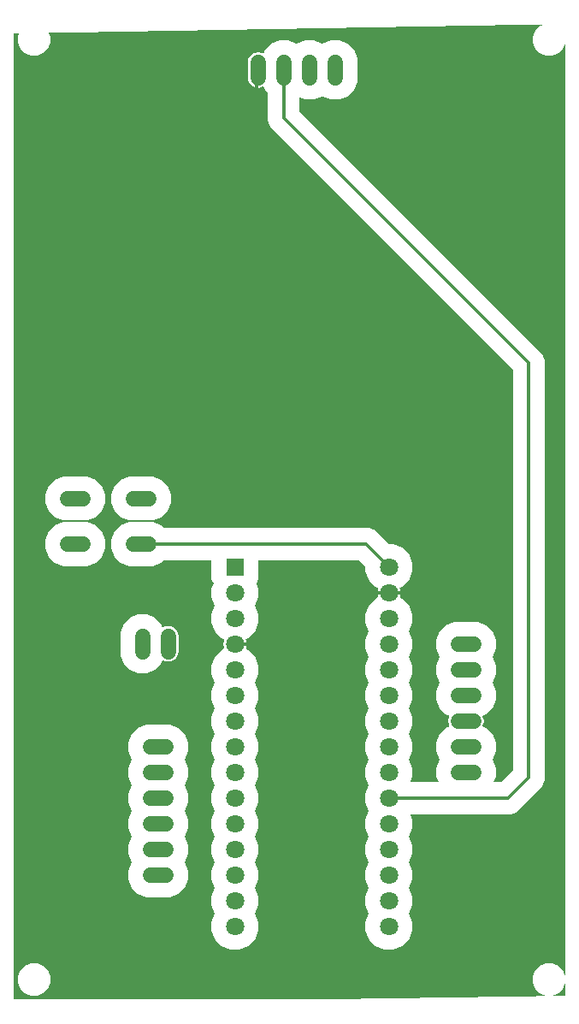
<source format=gbr>
G04 EAGLE Gerber RS-274X export*
G75*
%MOMM*%
%FSLAX34Y34*%
%LPD*%
%INBottom Copper*%
%IPPOS*%
%AMOC8*
5,1,8,0,0,1.08239X$1,22.5*%
G01*
%ADD10C,1.524000*%
%ADD11R,1.800000X1.800000*%
%ADD12C,1.800000*%
%ADD13C,1.508000*%
%ADD14C,0.304800*%

G36*
X534876Y-5D02*
X534876Y-5D01*
X535163Y0D01*
X535164Y0D01*
X765776Y3976D01*
X765781Y3980D01*
X765781Y3981D01*
X765781Y16344D01*
X765779Y16346D01*
X765778Y16348D01*
X765777Y16348D01*
X765776Y16349D01*
X765774Y16347D01*
X765771Y16346D01*
X763538Y10954D01*
X759046Y6462D01*
X753177Y4031D01*
X746823Y4031D01*
X740954Y6462D01*
X736462Y10954D01*
X734031Y16823D01*
X734031Y23177D01*
X736462Y29046D01*
X740954Y33538D01*
X746824Y35969D01*
X753176Y35969D01*
X759046Y33538D01*
X763538Y29046D01*
X765771Y23654D01*
X765774Y23653D01*
X765775Y23651D01*
X765776Y23652D01*
X765777Y23651D01*
X765778Y23654D01*
X765781Y23656D01*
X765781Y946344D01*
X765779Y946346D01*
X765778Y946348D01*
X765777Y946348D01*
X765776Y946349D01*
X765776Y946348D01*
X765774Y946347D01*
X765771Y946346D01*
X763538Y940954D01*
X759046Y936462D01*
X753177Y934031D01*
X746823Y934031D01*
X740954Y936462D01*
X736462Y940954D01*
X734031Y946823D01*
X734031Y953177D01*
X736462Y959046D01*
X740954Y963538D01*
X744879Y965164D01*
X744880Y965166D01*
X744882Y965168D01*
X744881Y965168D01*
X744881Y965169D01*
X744879Y965171D01*
X744877Y965173D01*
X744684Y965170D01*
X744683Y965170D01*
X744396Y965165D01*
X744394Y965165D01*
X744108Y965160D01*
X744106Y965160D01*
X743820Y965155D01*
X743818Y965155D01*
X743532Y965150D01*
X743530Y965150D01*
X743243Y965145D01*
X743242Y965145D01*
X742955Y965140D01*
X742954Y965140D01*
X742667Y965135D01*
X742665Y965135D01*
X742379Y965130D01*
X742377Y965130D01*
X742091Y965125D01*
X742089Y965125D01*
X741803Y965120D01*
X741801Y965120D01*
X741514Y965115D01*
X741513Y965115D01*
X741226Y965110D01*
X741224Y965110D01*
X740938Y965105D01*
X740936Y965105D01*
X740650Y965100D01*
X740648Y965100D01*
X740362Y965095D01*
X740360Y965095D01*
X740073Y965090D01*
X740072Y965090D01*
X739785Y965085D01*
X739783Y965085D01*
X739497Y965080D01*
X739495Y965080D01*
X739209Y965075D01*
X739207Y965075D01*
X738921Y965070D01*
X738919Y965070D01*
X738632Y965065D01*
X738631Y965065D01*
X738344Y965060D01*
X738343Y965060D01*
X738056Y965056D01*
X738054Y965056D01*
X738054Y965055D01*
X737768Y965051D01*
X737766Y965051D01*
X737480Y965046D01*
X737478Y965046D01*
X737192Y965041D01*
X737190Y965041D01*
X736903Y965036D01*
X736902Y965036D01*
X736615Y965031D01*
X736613Y965031D01*
X736327Y965026D01*
X736325Y965026D01*
X736039Y965021D01*
X736037Y965021D01*
X735751Y965016D01*
X735749Y965016D01*
X735462Y965011D01*
X735461Y965011D01*
X735174Y965006D01*
X735172Y965006D01*
X734886Y965001D01*
X734884Y965001D01*
X734598Y964996D01*
X734596Y964996D01*
X734310Y964991D01*
X734308Y964991D01*
X734021Y964986D01*
X734020Y964986D01*
X733733Y964981D01*
X733732Y964981D01*
X733445Y964976D01*
X733443Y964976D01*
X733157Y964971D01*
X733155Y964971D01*
X732869Y964966D01*
X732867Y964966D01*
X732581Y964961D01*
X732579Y964961D01*
X732292Y964956D01*
X732291Y964956D01*
X732004Y964951D01*
X732002Y964951D01*
X731716Y964946D01*
X731714Y964946D01*
X731428Y964941D01*
X731426Y964941D01*
X731140Y964936D01*
X731138Y964936D01*
X730851Y964931D01*
X730850Y964931D01*
X730563Y964926D01*
X730561Y964926D01*
X730275Y964921D01*
X730273Y964921D01*
X729987Y964916D01*
X729985Y964916D01*
X729699Y964911D01*
X729697Y964911D01*
X729410Y964906D01*
X729409Y964906D01*
X729122Y964901D01*
X729121Y964901D01*
X728834Y964897D01*
X728832Y964897D01*
X728832Y964896D01*
X728546Y964892D01*
X728544Y964892D01*
X728258Y964887D01*
X728256Y964887D01*
X727970Y964882D01*
X727968Y964882D01*
X727681Y964877D01*
X727680Y964877D01*
X727393Y964872D01*
X727391Y964872D01*
X727105Y964867D01*
X727103Y964867D01*
X726817Y964862D01*
X726815Y964862D01*
X726529Y964857D01*
X726527Y964857D01*
X726240Y964852D01*
X726239Y964852D01*
X725952Y964847D01*
X725950Y964847D01*
X725664Y964842D01*
X725662Y964842D01*
X725376Y964837D01*
X725374Y964837D01*
X725088Y964832D01*
X725086Y964832D01*
X724799Y964827D01*
X724798Y964827D01*
X724511Y964822D01*
X724510Y964822D01*
X724223Y964817D01*
X724221Y964817D01*
X723935Y964812D01*
X723933Y964812D01*
X723647Y964807D01*
X723645Y964807D01*
X723359Y964802D01*
X723357Y964802D01*
X723070Y964797D01*
X723069Y964797D01*
X722782Y964792D01*
X722780Y964792D01*
X722494Y964787D01*
X722492Y964787D01*
X722206Y964782D01*
X722204Y964782D01*
X721918Y964777D01*
X721916Y964777D01*
X721629Y964772D01*
X721628Y964772D01*
X721341Y964767D01*
X721339Y964767D01*
X721053Y964762D01*
X721051Y964762D01*
X720765Y964757D01*
X720763Y964757D01*
X720477Y964752D01*
X720475Y964752D01*
X720188Y964747D01*
X720187Y964747D01*
X719900Y964742D01*
X719899Y964742D01*
X719898Y964742D01*
X719612Y964738D01*
X719610Y964738D01*
X719610Y964737D01*
X719324Y964733D01*
X719322Y964733D01*
X719036Y964728D01*
X719034Y964728D01*
X718748Y964723D01*
X718746Y964723D01*
X718459Y964718D01*
X718458Y964718D01*
X718171Y964713D01*
X718169Y964713D01*
X717883Y964708D01*
X717881Y964708D01*
X717595Y964703D01*
X717593Y964703D01*
X717307Y964698D01*
X717305Y964698D01*
X717018Y964693D01*
X717017Y964693D01*
X716730Y964688D01*
X716728Y964688D01*
X716442Y964683D01*
X716440Y964683D01*
X716154Y964678D01*
X716152Y964678D01*
X715866Y964673D01*
X715864Y964673D01*
X715577Y964668D01*
X715576Y964668D01*
X715289Y964663D01*
X715288Y964663D01*
X715287Y964663D01*
X715001Y964658D01*
X714999Y964658D01*
X714713Y964653D01*
X714711Y964653D01*
X714425Y964648D01*
X714423Y964648D01*
X714136Y964643D01*
X714135Y964643D01*
X713848Y964638D01*
X713847Y964638D01*
X713560Y964633D01*
X713558Y964633D01*
X713272Y964628D01*
X713270Y964628D01*
X712984Y964623D01*
X712982Y964623D01*
X712696Y964618D01*
X712694Y964618D01*
X712407Y964613D01*
X712406Y964613D01*
X712119Y964608D01*
X712117Y964608D01*
X711831Y964603D01*
X711829Y964603D01*
X711543Y964598D01*
X711541Y964598D01*
X711255Y964593D01*
X711253Y964593D01*
X710966Y964588D01*
X710965Y964588D01*
X710678Y964583D01*
X710677Y964583D01*
X710676Y964583D01*
X710390Y964579D01*
X710388Y964579D01*
X710388Y964578D01*
X710102Y964574D01*
X710100Y964574D01*
X709814Y964569D01*
X709812Y964569D01*
X709525Y964564D01*
X709524Y964564D01*
X709237Y964559D01*
X709236Y964559D01*
X708949Y964554D01*
X708947Y964554D01*
X708661Y964549D01*
X708659Y964549D01*
X708373Y964544D01*
X708371Y964544D01*
X708085Y964539D01*
X708083Y964539D01*
X707796Y964534D01*
X707795Y964534D01*
X707508Y964529D01*
X707506Y964529D01*
X707220Y964524D01*
X707218Y964524D01*
X706932Y964519D01*
X706930Y964519D01*
X706644Y964514D01*
X706642Y964514D01*
X706355Y964509D01*
X706354Y964509D01*
X706067Y964504D01*
X706066Y964504D01*
X706065Y964504D01*
X705779Y964499D01*
X705777Y964499D01*
X705491Y964494D01*
X705489Y964494D01*
X705203Y964489D01*
X705201Y964489D01*
X704914Y964484D01*
X704913Y964484D01*
X704626Y964479D01*
X704625Y964479D01*
X704338Y964474D01*
X704336Y964474D01*
X704050Y964469D01*
X704048Y964469D01*
X703762Y964464D01*
X703760Y964464D01*
X703474Y964459D01*
X703472Y964459D01*
X703185Y964454D01*
X703184Y964454D01*
X702897Y964449D01*
X702895Y964449D01*
X702609Y964444D01*
X702607Y964444D01*
X702321Y964439D01*
X702319Y964439D01*
X702033Y964434D01*
X702031Y964434D01*
X701744Y964429D01*
X701743Y964429D01*
X701456Y964424D01*
X701454Y964424D01*
X701168Y964420D01*
X701166Y964420D01*
X701166Y964419D01*
X700880Y964415D01*
X700878Y964415D01*
X700592Y964410D01*
X700590Y964410D01*
X700303Y964405D01*
X700302Y964405D01*
X700015Y964400D01*
X700014Y964400D01*
X699727Y964395D01*
X699725Y964395D01*
X699439Y964390D01*
X699437Y964390D01*
X699151Y964385D01*
X699149Y964385D01*
X698863Y964380D01*
X698861Y964380D01*
X698574Y964375D01*
X698573Y964375D01*
X698286Y964370D01*
X698284Y964370D01*
X697998Y964365D01*
X697996Y964365D01*
X697710Y964360D01*
X697708Y964360D01*
X697422Y964355D01*
X697420Y964355D01*
X697133Y964350D01*
X697132Y964350D01*
X696845Y964345D01*
X696843Y964345D01*
X696557Y964340D01*
X696555Y964340D01*
X696269Y964335D01*
X696267Y964335D01*
X695981Y964330D01*
X695979Y964330D01*
X695692Y964325D01*
X695691Y964325D01*
X695404Y964320D01*
X695403Y964320D01*
X695116Y964315D01*
X695114Y964315D01*
X694828Y964310D01*
X694826Y964310D01*
X694540Y964305D01*
X694538Y964305D01*
X694252Y964300D01*
X694250Y964300D01*
X693963Y964295D01*
X693962Y964295D01*
X693675Y964290D01*
X693673Y964290D01*
X693387Y964285D01*
X693385Y964285D01*
X693099Y964280D01*
X693097Y964280D01*
X692811Y964275D01*
X692809Y964275D01*
X692522Y964270D01*
X692521Y964270D01*
X692234Y964265D01*
X692232Y964265D01*
X691946Y964261D01*
X691944Y964261D01*
X691944Y964260D01*
X691658Y964256D01*
X691656Y964256D01*
X691370Y964251D01*
X691368Y964251D01*
X691081Y964246D01*
X691080Y964246D01*
X690793Y964241D01*
X690792Y964241D01*
X690505Y964236D01*
X690503Y964236D01*
X690217Y964231D01*
X690215Y964231D01*
X689929Y964226D01*
X689927Y964226D01*
X689641Y964221D01*
X689639Y964221D01*
X689352Y964216D01*
X689351Y964216D01*
X689064Y964211D01*
X689062Y964211D01*
X688776Y964206D01*
X688774Y964206D01*
X688488Y964201D01*
X688486Y964201D01*
X688200Y964196D01*
X688198Y964196D01*
X687911Y964191D01*
X687910Y964191D01*
X687623Y964186D01*
X687621Y964186D01*
X687335Y964181D01*
X687333Y964181D01*
X687047Y964176D01*
X687045Y964176D01*
X686759Y964171D01*
X686757Y964171D01*
X686470Y964166D01*
X686469Y964166D01*
X686182Y964161D01*
X686181Y964161D01*
X685894Y964156D01*
X685892Y964156D01*
X685606Y964151D01*
X685604Y964151D01*
X685318Y964146D01*
X685316Y964146D01*
X685030Y964141D01*
X685028Y964141D01*
X684741Y964136D01*
X684740Y964136D01*
X684453Y964131D01*
X684451Y964131D01*
X684165Y964126D01*
X684163Y964126D01*
X683877Y964121D01*
X683875Y964121D01*
X683589Y964116D01*
X683587Y964116D01*
X683300Y964111D01*
X683299Y964111D01*
X683012Y964106D01*
X683010Y964106D01*
X682724Y964102D01*
X682722Y964102D01*
X682722Y964101D01*
X682436Y964097D01*
X682434Y964097D01*
X682148Y964092D01*
X682146Y964092D01*
X681859Y964087D01*
X681858Y964087D01*
X681571Y964082D01*
X681570Y964082D01*
X681569Y964082D01*
X681283Y964077D01*
X681281Y964077D01*
X680995Y964072D01*
X680993Y964072D01*
X680707Y964067D01*
X680705Y964067D01*
X680419Y964062D01*
X680417Y964062D01*
X680130Y964057D01*
X680129Y964057D01*
X679842Y964052D01*
X679840Y964052D01*
X679554Y964047D01*
X679552Y964047D01*
X679266Y964042D01*
X679264Y964042D01*
X678978Y964037D01*
X678976Y964037D01*
X678689Y964032D01*
X678688Y964032D01*
X678401Y964027D01*
X678399Y964027D01*
X678113Y964022D01*
X678111Y964022D01*
X677825Y964017D01*
X677823Y964017D01*
X677537Y964012D01*
X677535Y964012D01*
X677248Y964007D01*
X677247Y964007D01*
X676960Y964002D01*
X676959Y964002D01*
X676958Y964002D01*
X676672Y963997D01*
X676670Y963997D01*
X676384Y963992D01*
X676382Y963992D01*
X676096Y963987D01*
X676094Y963987D01*
X675808Y963982D01*
X675806Y963982D01*
X675519Y963977D01*
X675518Y963977D01*
X675231Y963972D01*
X675229Y963972D01*
X674943Y963967D01*
X674941Y963967D01*
X674655Y963962D01*
X674653Y963962D01*
X674367Y963957D01*
X674365Y963957D01*
X674078Y963952D01*
X674077Y963952D01*
X673790Y963947D01*
X673788Y963947D01*
X673502Y963943D01*
X673500Y963943D01*
X673500Y963942D01*
X673214Y963938D01*
X673212Y963938D01*
X672926Y963933D01*
X672924Y963933D01*
X672637Y963928D01*
X672636Y963928D01*
X672349Y963923D01*
X672348Y963923D01*
X672347Y963923D01*
X672061Y963918D01*
X672059Y963918D01*
X671773Y963913D01*
X671771Y963913D01*
X671485Y963908D01*
X671483Y963908D01*
X671196Y963903D01*
X671195Y963903D01*
X670908Y963898D01*
X670907Y963898D01*
X670620Y963893D01*
X670618Y963893D01*
X670332Y963888D01*
X670330Y963888D01*
X670044Y963883D01*
X670042Y963883D01*
X669756Y963878D01*
X669754Y963878D01*
X669467Y963873D01*
X669466Y963873D01*
X669179Y963868D01*
X669177Y963868D01*
X668891Y963863D01*
X668889Y963863D01*
X668603Y963858D01*
X668601Y963858D01*
X668315Y963853D01*
X668313Y963853D01*
X668026Y963848D01*
X668025Y963848D01*
X667738Y963843D01*
X667737Y963843D01*
X667736Y963843D01*
X667450Y963838D01*
X667448Y963838D01*
X667162Y963833D01*
X667160Y963833D01*
X666874Y963828D01*
X666872Y963828D01*
X666585Y963823D01*
X666584Y963823D01*
X666297Y963818D01*
X666296Y963818D01*
X666009Y963813D01*
X666007Y963813D01*
X665721Y963808D01*
X665719Y963808D01*
X665433Y963803D01*
X665431Y963803D01*
X665145Y963798D01*
X665143Y963798D01*
X664856Y963793D01*
X664855Y963793D01*
X664568Y963788D01*
X664566Y963788D01*
X664280Y963784D01*
X664278Y963784D01*
X664278Y963783D01*
X663992Y963779D01*
X663990Y963779D01*
X663704Y963774D01*
X663702Y963774D01*
X663415Y963769D01*
X663414Y963769D01*
X663127Y963764D01*
X663125Y963764D01*
X662839Y963759D01*
X662837Y963759D01*
X662551Y963754D01*
X662549Y963754D01*
X662263Y963749D01*
X662261Y963749D01*
X661974Y963744D01*
X661973Y963744D01*
X661686Y963739D01*
X661685Y963739D01*
X661398Y963734D01*
X661396Y963734D01*
X661110Y963729D01*
X661108Y963729D01*
X660822Y963724D01*
X660820Y963724D01*
X660534Y963719D01*
X660532Y963719D01*
X660245Y963714D01*
X660244Y963714D01*
X659957Y963709D01*
X659955Y963709D01*
X659669Y963704D01*
X659667Y963704D01*
X659381Y963699D01*
X659379Y963699D01*
X659093Y963694D01*
X659091Y963694D01*
X658804Y963689D01*
X658803Y963689D01*
X658516Y963684D01*
X658514Y963684D01*
X658228Y963679D01*
X658226Y963679D01*
X657940Y963674D01*
X657938Y963674D01*
X657652Y963669D01*
X657650Y963669D01*
X657363Y963664D01*
X657362Y963664D01*
X657075Y963659D01*
X657074Y963659D01*
X656787Y963654D01*
X656785Y963654D01*
X656499Y963649D01*
X656497Y963649D01*
X656211Y963644D01*
X656209Y963644D01*
X655923Y963639D01*
X655921Y963639D01*
X655634Y963634D01*
X655633Y963634D01*
X655346Y963629D01*
X655344Y963629D01*
X655058Y963625D01*
X655056Y963625D01*
X655056Y963624D01*
X654770Y963620D01*
X654768Y963620D01*
X654482Y963615D01*
X654480Y963615D01*
X654193Y963610D01*
X654192Y963610D01*
X653905Y963605D01*
X653903Y963605D01*
X653617Y963600D01*
X653615Y963600D01*
X653329Y963595D01*
X653327Y963595D01*
X653041Y963590D01*
X653039Y963590D01*
X652752Y963585D01*
X652751Y963585D01*
X652464Y963580D01*
X652463Y963580D01*
X652176Y963575D01*
X652174Y963575D01*
X651888Y963570D01*
X651886Y963570D01*
X651600Y963565D01*
X651598Y963565D01*
X651312Y963560D01*
X651310Y963560D01*
X651023Y963555D01*
X651022Y963555D01*
X650735Y963550D01*
X650733Y963550D01*
X650447Y963545D01*
X650445Y963545D01*
X650159Y963540D01*
X650157Y963540D01*
X649871Y963535D01*
X649869Y963535D01*
X649582Y963530D01*
X649581Y963530D01*
X649294Y963525D01*
X649292Y963525D01*
X649006Y963520D01*
X649004Y963520D01*
X648718Y963515D01*
X648716Y963515D01*
X648430Y963510D01*
X648428Y963510D01*
X648141Y963505D01*
X648140Y963505D01*
X647853Y963500D01*
X647852Y963500D01*
X647565Y963495D01*
X647563Y963495D01*
X647277Y963490D01*
X647275Y963490D01*
X646989Y963485D01*
X646987Y963485D01*
X646701Y963480D01*
X646699Y963480D01*
X646412Y963475D01*
X646411Y963475D01*
X646124Y963470D01*
X646122Y963470D01*
X645836Y963466D01*
X645834Y963466D01*
X645834Y963465D01*
X645548Y963461D01*
X645546Y963461D01*
X645260Y963456D01*
X645258Y963456D01*
X644971Y963451D01*
X644970Y963451D01*
X644683Y963446D01*
X644681Y963446D01*
X644395Y963441D01*
X644393Y963441D01*
X644107Y963436D01*
X644105Y963436D01*
X643819Y963431D01*
X643817Y963431D01*
X643530Y963426D01*
X643529Y963426D01*
X643242Y963421D01*
X643241Y963421D01*
X642954Y963416D01*
X642952Y963416D01*
X642666Y963411D01*
X642664Y963411D01*
X642378Y963406D01*
X642376Y963406D01*
X642090Y963401D01*
X642088Y963401D01*
X641801Y963396D01*
X641800Y963396D01*
X641513Y963391D01*
X641511Y963391D01*
X641225Y963386D01*
X641223Y963386D01*
X640937Y963381D01*
X640935Y963381D01*
X640649Y963376D01*
X640647Y963376D01*
X640360Y963371D01*
X640359Y963371D01*
X640072Y963366D01*
X640070Y963366D01*
X639784Y963361D01*
X639782Y963361D01*
X639496Y963356D01*
X639494Y963356D01*
X639208Y963351D01*
X639206Y963351D01*
X638919Y963346D01*
X638918Y963346D01*
X638631Y963341D01*
X638630Y963341D01*
X638629Y963341D01*
X638343Y963336D01*
X638341Y963336D01*
X638055Y963331D01*
X638053Y963331D01*
X637767Y963326D01*
X637765Y963326D01*
X637479Y963321D01*
X637477Y963321D01*
X637190Y963316D01*
X637189Y963316D01*
X636902Y963311D01*
X636900Y963311D01*
X636614Y963307D01*
X636612Y963307D01*
X636612Y963306D01*
X636326Y963302D01*
X636324Y963302D01*
X636038Y963297D01*
X636036Y963297D01*
X635749Y963292D01*
X635748Y963292D01*
X635461Y963287D01*
X635459Y963287D01*
X635173Y963282D01*
X635171Y963282D01*
X634885Y963277D01*
X634883Y963277D01*
X634597Y963272D01*
X634595Y963272D01*
X634308Y963267D01*
X634307Y963267D01*
X634020Y963262D01*
X634019Y963262D01*
X634018Y963262D01*
X633732Y963257D01*
X633730Y963257D01*
X633444Y963252D01*
X633442Y963252D01*
X633156Y963247D01*
X633154Y963247D01*
X632868Y963242D01*
X632866Y963242D01*
X632579Y963237D01*
X632578Y963237D01*
X632291Y963232D01*
X632289Y963232D01*
X632003Y963227D01*
X632001Y963227D01*
X631715Y963222D01*
X631713Y963222D01*
X631427Y963217D01*
X631425Y963217D01*
X631138Y963212D01*
X631137Y963212D01*
X630850Y963207D01*
X630848Y963207D01*
X630562Y963202D01*
X630560Y963202D01*
X630274Y963197D01*
X630272Y963197D01*
X629986Y963192D01*
X629984Y963192D01*
X629697Y963187D01*
X629696Y963187D01*
X629409Y963182D01*
X629408Y963182D01*
X629407Y963182D01*
X629121Y963177D01*
X629119Y963177D01*
X628833Y963172D01*
X628831Y963172D01*
X628545Y963167D01*
X628543Y963167D01*
X628256Y963162D01*
X628255Y963162D01*
X627968Y963157D01*
X627967Y963157D01*
X627680Y963152D01*
X627678Y963152D01*
X627392Y963148D01*
X627390Y963148D01*
X627390Y963147D01*
X627104Y963143D01*
X627102Y963143D01*
X626816Y963138D01*
X626814Y963138D01*
X626527Y963133D01*
X626526Y963133D01*
X626239Y963128D01*
X626237Y963128D01*
X625951Y963123D01*
X625949Y963123D01*
X625663Y963118D01*
X625661Y963118D01*
X625375Y963113D01*
X625373Y963113D01*
X625086Y963108D01*
X625085Y963108D01*
X624798Y963103D01*
X624797Y963103D01*
X624796Y963103D01*
X624510Y963098D01*
X624508Y963098D01*
X624222Y963093D01*
X624220Y963093D01*
X623934Y963088D01*
X623932Y963088D01*
X623645Y963083D01*
X623644Y963083D01*
X623357Y963078D01*
X623356Y963078D01*
X623069Y963073D01*
X623067Y963073D01*
X622781Y963068D01*
X622779Y963068D01*
X622493Y963063D01*
X622491Y963063D01*
X622205Y963058D01*
X622203Y963058D01*
X621916Y963053D01*
X621915Y963053D01*
X621628Y963048D01*
X621626Y963048D01*
X621340Y963043D01*
X621338Y963043D01*
X621052Y963038D01*
X621050Y963038D01*
X620764Y963033D01*
X620762Y963033D01*
X620475Y963028D01*
X620474Y963028D01*
X620187Y963023D01*
X620185Y963023D01*
X619899Y963018D01*
X619897Y963018D01*
X619611Y963013D01*
X619609Y963013D01*
X619323Y963008D01*
X619321Y963008D01*
X619034Y963003D01*
X619033Y963003D01*
X618746Y962998D01*
X618745Y962998D01*
X618458Y962993D01*
X618456Y962993D01*
X618170Y962989D01*
X618168Y962989D01*
X618168Y962988D01*
X617882Y962984D01*
X617880Y962984D01*
X617594Y962979D01*
X617592Y962979D01*
X617305Y962974D01*
X617304Y962974D01*
X617017Y962969D01*
X617015Y962969D01*
X616729Y962964D01*
X616727Y962964D01*
X616441Y962959D01*
X616439Y962959D01*
X616153Y962954D01*
X616151Y962954D01*
X615864Y962949D01*
X615863Y962949D01*
X615576Y962944D01*
X615574Y962944D01*
X615288Y962939D01*
X615286Y962939D01*
X615000Y962934D01*
X614998Y962934D01*
X614712Y962929D01*
X614710Y962929D01*
X614423Y962924D01*
X614422Y962924D01*
X614135Y962919D01*
X614134Y962919D01*
X613847Y962914D01*
X613845Y962914D01*
X613559Y962909D01*
X613557Y962909D01*
X613271Y962904D01*
X613269Y962904D01*
X612983Y962899D01*
X612981Y962899D01*
X612694Y962894D01*
X612693Y962894D01*
X612406Y962889D01*
X612404Y962889D01*
X612118Y962884D01*
X612116Y962884D01*
X611830Y962879D01*
X611828Y962879D01*
X611542Y962874D01*
X611540Y962874D01*
X611253Y962869D01*
X611252Y962869D01*
X610965Y962864D01*
X610963Y962864D01*
X610677Y962859D01*
X610675Y962859D01*
X610389Y962854D01*
X610387Y962854D01*
X610101Y962849D01*
X610099Y962849D01*
X609812Y962844D01*
X609811Y962844D01*
X609524Y962839D01*
X609523Y962839D01*
X609236Y962834D01*
X609234Y962834D01*
X608948Y962830D01*
X608946Y962830D01*
X608946Y962829D01*
X608660Y962825D01*
X608658Y962825D01*
X608372Y962820D01*
X608370Y962820D01*
X608083Y962815D01*
X608082Y962815D01*
X607795Y962810D01*
X607793Y962810D01*
X607507Y962805D01*
X607505Y962805D01*
X607219Y962800D01*
X607217Y962800D01*
X606931Y962795D01*
X606929Y962795D01*
X606642Y962790D01*
X606641Y962790D01*
X606354Y962785D01*
X606352Y962785D01*
X606066Y962780D01*
X606064Y962780D01*
X605778Y962775D01*
X605776Y962775D01*
X605490Y962770D01*
X605488Y962770D01*
X605201Y962765D01*
X605200Y962765D01*
X604913Y962760D01*
X604912Y962760D01*
X604625Y962755D01*
X604623Y962755D01*
X604337Y962750D01*
X604335Y962750D01*
X604049Y962745D01*
X604047Y962745D01*
X603761Y962740D01*
X603759Y962740D01*
X603472Y962735D01*
X603471Y962735D01*
X603184Y962730D01*
X603182Y962730D01*
X602896Y962725D01*
X602894Y962725D01*
X602608Y962720D01*
X602606Y962720D01*
X602320Y962715D01*
X602318Y962715D01*
X602031Y962710D01*
X602030Y962710D01*
X601743Y962705D01*
X601741Y962705D01*
X601455Y962700D01*
X601453Y962700D01*
X601167Y962695D01*
X601165Y962695D01*
X600879Y962690D01*
X600877Y962690D01*
X600590Y962685D01*
X600589Y962685D01*
X600302Y962680D01*
X600301Y962680D01*
X600300Y962680D01*
X600014Y962675D01*
X600012Y962675D01*
X599726Y962671D01*
X599724Y962671D01*
X599724Y962670D01*
X599438Y962666D01*
X599436Y962666D01*
X599150Y962661D01*
X599148Y962661D01*
X598861Y962656D01*
X598860Y962656D01*
X598573Y962651D01*
X598571Y962651D01*
X598285Y962646D01*
X598283Y962646D01*
X597997Y962641D01*
X597995Y962641D01*
X597709Y962636D01*
X597707Y962636D01*
X597420Y962631D01*
X597419Y962631D01*
X597132Y962626D01*
X597130Y962626D01*
X596844Y962621D01*
X596842Y962621D01*
X596556Y962616D01*
X596554Y962616D01*
X596268Y962611D01*
X596266Y962611D01*
X595979Y962606D01*
X595978Y962606D01*
X595691Y962601D01*
X595690Y962601D01*
X595689Y962601D01*
X595403Y962596D01*
X595401Y962596D01*
X595115Y962591D01*
X595113Y962591D01*
X594827Y962586D01*
X594825Y962586D01*
X594539Y962581D01*
X594537Y962581D01*
X594250Y962576D01*
X594249Y962576D01*
X593962Y962571D01*
X593960Y962571D01*
X593674Y962566D01*
X593672Y962566D01*
X593386Y962561D01*
X593384Y962561D01*
X593098Y962556D01*
X593096Y962556D01*
X592809Y962551D01*
X592808Y962551D01*
X592521Y962546D01*
X592519Y962546D01*
X592233Y962541D01*
X592231Y962541D01*
X591945Y962536D01*
X591943Y962536D01*
X591657Y962531D01*
X591655Y962531D01*
X591368Y962526D01*
X591367Y962526D01*
X591080Y962521D01*
X591079Y962521D01*
X591078Y962521D01*
X590792Y962516D01*
X590790Y962516D01*
X590504Y962512D01*
X590502Y962512D01*
X590502Y962511D01*
X590216Y962507D01*
X590214Y962507D01*
X589927Y962502D01*
X589926Y962502D01*
X589639Y962497D01*
X589638Y962497D01*
X589351Y962492D01*
X589349Y962492D01*
X589063Y962487D01*
X589061Y962487D01*
X588775Y962482D01*
X588773Y962482D01*
X588487Y962477D01*
X588485Y962477D01*
X588198Y962472D01*
X588197Y962472D01*
X587910Y962467D01*
X587908Y962467D01*
X587622Y962462D01*
X587620Y962462D01*
X587334Y962457D01*
X587332Y962457D01*
X587046Y962452D01*
X587044Y962452D01*
X586757Y962447D01*
X586756Y962447D01*
X586469Y962442D01*
X586468Y962442D01*
X586467Y962442D01*
X586181Y962437D01*
X586179Y962437D01*
X585893Y962432D01*
X585891Y962432D01*
X585605Y962427D01*
X585603Y962427D01*
X585316Y962422D01*
X585315Y962422D01*
X585028Y962417D01*
X585027Y962417D01*
X584740Y962412D01*
X584738Y962412D01*
X584452Y962407D01*
X584450Y962407D01*
X584164Y962402D01*
X584162Y962402D01*
X583876Y962397D01*
X583874Y962397D01*
X583587Y962392D01*
X583586Y962392D01*
X583299Y962387D01*
X583297Y962387D01*
X583011Y962382D01*
X583009Y962382D01*
X582723Y962377D01*
X582721Y962377D01*
X582435Y962372D01*
X582433Y962372D01*
X582146Y962367D01*
X582145Y962367D01*
X581858Y962362D01*
X581857Y962362D01*
X581856Y962362D01*
X581570Y962357D01*
X581568Y962357D01*
X581282Y962353D01*
X581280Y962353D01*
X581280Y962352D01*
X580994Y962348D01*
X580992Y962348D01*
X580705Y962343D01*
X580704Y962343D01*
X580417Y962338D01*
X580416Y962338D01*
X580129Y962333D01*
X580127Y962333D01*
X579841Y962328D01*
X579839Y962328D01*
X579553Y962323D01*
X579551Y962323D01*
X579265Y962318D01*
X579263Y962318D01*
X578976Y962313D01*
X578975Y962313D01*
X578688Y962308D01*
X578686Y962308D01*
X578400Y962303D01*
X578398Y962303D01*
X578112Y962298D01*
X578110Y962298D01*
X577824Y962293D01*
X577822Y962293D01*
X577535Y962288D01*
X577534Y962288D01*
X577247Y962283D01*
X577245Y962283D01*
X576959Y962278D01*
X576957Y962278D01*
X576671Y962273D01*
X576669Y962273D01*
X576383Y962268D01*
X576381Y962268D01*
X576094Y962263D01*
X576093Y962263D01*
X575806Y962258D01*
X575805Y962258D01*
X575518Y962253D01*
X575516Y962253D01*
X575230Y962248D01*
X575228Y962248D01*
X574942Y962243D01*
X574940Y962243D01*
X574654Y962238D01*
X574652Y962238D01*
X574365Y962233D01*
X574364Y962233D01*
X574077Y962228D01*
X574075Y962228D01*
X573789Y962223D01*
X573787Y962223D01*
X573501Y962218D01*
X573499Y962218D01*
X573213Y962213D01*
X573211Y962213D01*
X572924Y962208D01*
X572923Y962208D01*
X572636Y962203D01*
X572634Y962203D01*
X572348Y962198D01*
X572346Y962198D01*
X572060Y962194D01*
X572058Y962194D01*
X572058Y962193D01*
X571772Y962189D01*
X571770Y962189D01*
X571483Y962184D01*
X571482Y962184D01*
X571195Y962179D01*
X571194Y962179D01*
X570907Y962174D01*
X570905Y962174D01*
X570619Y962169D01*
X570617Y962169D01*
X570331Y962164D01*
X570329Y962164D01*
X570043Y962159D01*
X570041Y962159D01*
X569754Y962154D01*
X569753Y962154D01*
X569466Y962149D01*
X569464Y962149D01*
X569178Y962144D01*
X569176Y962144D01*
X568890Y962139D01*
X568888Y962139D01*
X568602Y962134D01*
X568600Y962134D01*
X568313Y962129D01*
X568312Y962129D01*
X568025Y962124D01*
X568023Y962124D01*
X567737Y962119D01*
X567735Y962119D01*
X567449Y962114D01*
X567447Y962114D01*
X567161Y962109D01*
X567159Y962109D01*
X566872Y962104D01*
X566871Y962104D01*
X566584Y962099D01*
X566583Y962099D01*
X566296Y962094D01*
X566294Y962094D01*
X566008Y962089D01*
X566006Y962089D01*
X565720Y962084D01*
X565718Y962084D01*
X565432Y962079D01*
X565430Y962079D01*
X565143Y962074D01*
X565142Y962074D01*
X564855Y962069D01*
X564853Y962069D01*
X564567Y962064D01*
X564565Y962064D01*
X564279Y962059D01*
X564277Y962059D01*
X563991Y962054D01*
X563989Y962054D01*
X563702Y962049D01*
X563701Y962049D01*
X563414Y962044D01*
X563412Y962044D01*
X563126Y962039D01*
X563124Y962039D01*
X562838Y962035D01*
X562836Y962035D01*
X562836Y962034D01*
X562550Y962030D01*
X562548Y962030D01*
X562261Y962025D01*
X562260Y962025D01*
X561973Y962020D01*
X561972Y962020D01*
X561685Y962015D01*
X561683Y962015D01*
X561397Y962010D01*
X561395Y962010D01*
X561109Y962005D01*
X561107Y962005D01*
X560821Y962000D01*
X560819Y962000D01*
X560532Y961995D01*
X560531Y961995D01*
X560244Y961990D01*
X560242Y961990D01*
X559956Y961985D01*
X559954Y961985D01*
X559668Y961980D01*
X559666Y961980D01*
X559380Y961975D01*
X559378Y961975D01*
X559091Y961970D01*
X559090Y961970D01*
X558803Y961965D01*
X558801Y961965D01*
X558515Y961960D01*
X558513Y961960D01*
X558227Y961955D01*
X558225Y961955D01*
X557939Y961950D01*
X557937Y961950D01*
X557650Y961945D01*
X557649Y961945D01*
X557362Y961940D01*
X557361Y961940D01*
X557360Y961940D01*
X557074Y961935D01*
X557072Y961935D01*
X556786Y961930D01*
X556784Y961930D01*
X556498Y961925D01*
X556496Y961925D01*
X556210Y961920D01*
X556208Y961920D01*
X555921Y961915D01*
X555920Y961915D01*
X555633Y961910D01*
X555631Y961910D01*
X555345Y961905D01*
X555343Y961905D01*
X555057Y961900D01*
X555055Y961900D01*
X554769Y961895D01*
X554767Y961895D01*
X554480Y961890D01*
X554479Y961890D01*
X554192Y961885D01*
X554190Y961885D01*
X553904Y961880D01*
X553902Y961880D01*
X553616Y961876D01*
X553614Y961876D01*
X553614Y961875D01*
X553328Y961871D01*
X553326Y961871D01*
X553039Y961866D01*
X553038Y961866D01*
X552751Y961861D01*
X552750Y961861D01*
X552749Y961861D01*
X552463Y961856D01*
X552461Y961856D01*
X552175Y961851D01*
X552173Y961851D01*
X551887Y961846D01*
X551885Y961846D01*
X551599Y961841D01*
X551597Y961841D01*
X551310Y961836D01*
X551309Y961836D01*
X551022Y961831D01*
X551020Y961831D01*
X550734Y961826D01*
X550732Y961826D01*
X550446Y961821D01*
X550444Y961821D01*
X550158Y961816D01*
X550156Y961816D01*
X549869Y961811D01*
X549868Y961811D01*
X549581Y961806D01*
X549579Y961806D01*
X549293Y961801D01*
X549291Y961801D01*
X549005Y961796D01*
X549003Y961796D01*
X548717Y961791D01*
X548715Y961791D01*
X548428Y961786D01*
X548427Y961786D01*
X548140Y961781D01*
X548139Y961781D01*
X548138Y961781D01*
X547852Y961776D01*
X547850Y961776D01*
X547564Y961771D01*
X547562Y961771D01*
X547276Y961766D01*
X547274Y961766D01*
X546987Y961761D01*
X546986Y961761D01*
X546699Y961756D01*
X546698Y961756D01*
X546411Y961751D01*
X546409Y961751D01*
X546123Y961746D01*
X546121Y961746D01*
X545835Y961741D01*
X545833Y961741D01*
X545547Y961736D01*
X545545Y961736D01*
X545258Y961731D01*
X545257Y961731D01*
X544970Y961726D01*
X544968Y961726D01*
X544682Y961721D01*
X544680Y961721D01*
X544394Y961717D01*
X544392Y961717D01*
X544392Y961716D01*
X544106Y961712D01*
X544104Y961712D01*
X543817Y961707D01*
X543816Y961707D01*
X543529Y961702D01*
X543528Y961702D01*
X543527Y961702D01*
X543241Y961697D01*
X543239Y961697D01*
X542953Y961692D01*
X542951Y961692D01*
X542665Y961687D01*
X542663Y961687D01*
X542376Y961682D01*
X542375Y961682D01*
X542088Y961677D01*
X542087Y961677D01*
X541800Y961672D01*
X541798Y961672D01*
X541512Y961667D01*
X541510Y961667D01*
X541224Y961662D01*
X541222Y961662D01*
X540936Y961657D01*
X540934Y961657D01*
X540647Y961652D01*
X540646Y961652D01*
X540359Y961647D01*
X540357Y961647D01*
X540071Y961642D01*
X540069Y961642D01*
X539783Y961637D01*
X539781Y961637D01*
X539495Y961632D01*
X539493Y961632D01*
X539206Y961627D01*
X539205Y961627D01*
X538918Y961622D01*
X538916Y961622D01*
X538630Y961617D01*
X538628Y961617D01*
X538342Y961612D01*
X538340Y961612D01*
X538054Y961607D01*
X538052Y961607D01*
X537765Y961602D01*
X537764Y961602D01*
X537477Y961597D01*
X537476Y961597D01*
X537189Y961592D01*
X537187Y961592D01*
X536901Y961587D01*
X536899Y961587D01*
X536613Y961582D01*
X536611Y961582D01*
X536325Y961577D01*
X536323Y961577D01*
X536036Y961572D01*
X536035Y961572D01*
X535748Y961567D01*
X535746Y961567D01*
X535460Y961562D01*
X535458Y961562D01*
X535172Y961558D01*
X535170Y961558D01*
X535170Y961557D01*
X534884Y961553D01*
X534882Y961553D01*
X534595Y961548D01*
X534594Y961548D01*
X534307Y961543D01*
X534305Y961543D01*
X534019Y961538D01*
X534017Y961538D01*
X533731Y961533D01*
X533729Y961533D01*
X533443Y961528D01*
X533441Y961528D01*
X533154Y961523D01*
X533153Y961523D01*
X532866Y961518D01*
X532865Y961518D01*
X532578Y961513D01*
X532576Y961513D01*
X532290Y961508D01*
X532288Y961508D01*
X532002Y961503D01*
X532000Y961503D01*
X531714Y961498D01*
X531712Y961498D01*
X531425Y961493D01*
X531424Y961493D01*
X531137Y961488D01*
X531135Y961488D01*
X530849Y961483D01*
X530847Y961483D01*
X530561Y961478D01*
X530559Y961478D01*
X530273Y961473D01*
X530271Y961473D01*
X529984Y961468D01*
X529983Y961468D01*
X529696Y961463D01*
X529694Y961463D01*
X529408Y961458D01*
X529406Y961458D01*
X529120Y961453D01*
X529118Y961453D01*
X528832Y961448D01*
X528830Y961448D01*
X528543Y961443D01*
X528542Y961443D01*
X528255Y961438D01*
X528254Y961438D01*
X527967Y961433D01*
X527965Y961433D01*
X527679Y961428D01*
X527677Y961428D01*
X527391Y961423D01*
X527389Y961423D01*
X527103Y961418D01*
X527101Y961418D01*
X526814Y961413D01*
X526813Y961413D01*
X526526Y961408D01*
X526524Y961408D01*
X526238Y961403D01*
X526236Y961403D01*
X525950Y961399D01*
X525948Y961399D01*
X525948Y961398D01*
X525662Y961394D01*
X525660Y961394D01*
X525373Y961389D01*
X525372Y961389D01*
X525085Y961384D01*
X525083Y961384D01*
X524797Y961379D01*
X524795Y961379D01*
X524509Y961374D01*
X524507Y961374D01*
X524221Y961369D01*
X524219Y961369D01*
X523932Y961364D01*
X523931Y961364D01*
X523644Y961359D01*
X523643Y961359D01*
X523356Y961354D01*
X523354Y961354D01*
X523068Y961349D01*
X523066Y961349D01*
X522780Y961344D01*
X522778Y961344D01*
X522492Y961339D01*
X522490Y961339D01*
X522203Y961334D01*
X522202Y961334D01*
X521915Y961329D01*
X521913Y961329D01*
X521627Y961324D01*
X521625Y961324D01*
X521339Y961319D01*
X521337Y961319D01*
X521051Y961314D01*
X521049Y961314D01*
X520762Y961309D01*
X520761Y961309D01*
X520474Y961304D01*
X520472Y961304D01*
X520186Y961299D01*
X520184Y961299D01*
X519898Y961294D01*
X519896Y961294D01*
X519610Y961289D01*
X519608Y961289D01*
X519321Y961284D01*
X519320Y961284D01*
X519033Y961279D01*
X519032Y961279D01*
X519031Y961279D01*
X518745Y961274D01*
X518743Y961274D01*
X518457Y961269D01*
X518455Y961269D01*
X518169Y961264D01*
X518167Y961264D01*
X517881Y961259D01*
X517879Y961259D01*
X517592Y961254D01*
X517591Y961254D01*
X517304Y961249D01*
X517302Y961249D01*
X517016Y961244D01*
X517014Y961244D01*
X516728Y961240D01*
X516726Y961240D01*
X516726Y961239D01*
X516440Y961235D01*
X516438Y961235D01*
X516151Y961230D01*
X516150Y961230D01*
X515863Y961225D01*
X515861Y961225D01*
X515575Y961220D01*
X515573Y961220D01*
X515287Y961215D01*
X515285Y961215D01*
X514999Y961210D01*
X514997Y961210D01*
X514710Y961205D01*
X514709Y961205D01*
X514422Y961200D01*
X514421Y961200D01*
X514420Y961200D01*
X514134Y961195D01*
X514132Y961195D01*
X513846Y961190D01*
X513844Y961190D01*
X513558Y961185D01*
X513556Y961185D01*
X513270Y961180D01*
X513268Y961180D01*
X512981Y961175D01*
X512980Y961175D01*
X512693Y961170D01*
X512691Y961170D01*
X512405Y961165D01*
X512403Y961165D01*
X512117Y961160D01*
X512115Y961160D01*
X511829Y961155D01*
X511827Y961155D01*
X511540Y961150D01*
X511539Y961150D01*
X511252Y961145D01*
X511250Y961145D01*
X510964Y961140D01*
X510962Y961140D01*
X510676Y961135D01*
X510674Y961135D01*
X510388Y961130D01*
X510386Y961130D01*
X510099Y961125D01*
X510098Y961125D01*
X509811Y961120D01*
X509810Y961120D01*
X509809Y961120D01*
X509523Y961115D01*
X509521Y961115D01*
X509235Y961110D01*
X509233Y961110D01*
X508947Y961105D01*
X508945Y961105D01*
X508658Y961100D01*
X508657Y961100D01*
X508370Y961095D01*
X508369Y961095D01*
X508082Y961090D01*
X508080Y961090D01*
X507794Y961085D01*
X507792Y961085D01*
X507506Y961081D01*
X507504Y961081D01*
X507504Y961080D01*
X507218Y961076D01*
X507216Y961076D01*
X506929Y961071D01*
X506928Y961071D01*
X506641Y961066D01*
X506639Y961066D01*
X506353Y961061D01*
X506351Y961061D01*
X506065Y961056D01*
X506063Y961056D01*
X505777Y961051D01*
X505775Y961051D01*
X505488Y961046D01*
X505487Y961046D01*
X505200Y961041D01*
X505199Y961041D01*
X505198Y961041D01*
X504912Y961036D01*
X504910Y961036D01*
X504624Y961031D01*
X504622Y961031D01*
X504336Y961026D01*
X504334Y961026D01*
X504047Y961021D01*
X504046Y961021D01*
X503759Y961016D01*
X503758Y961016D01*
X503471Y961011D01*
X503469Y961011D01*
X503183Y961006D01*
X503181Y961006D01*
X502895Y961001D01*
X502893Y961001D01*
X502607Y960996D01*
X502605Y960996D01*
X502318Y960991D01*
X502317Y960991D01*
X502030Y960986D01*
X502028Y960986D01*
X501742Y960981D01*
X501740Y960981D01*
X501454Y960976D01*
X501452Y960976D01*
X501166Y960971D01*
X501164Y960971D01*
X500877Y960966D01*
X500876Y960966D01*
X500589Y960961D01*
X500588Y960961D01*
X500587Y960961D01*
X500301Y960956D01*
X500299Y960956D01*
X500013Y960951D01*
X500011Y960951D01*
X499725Y960946D01*
X499723Y960946D01*
X499436Y960941D01*
X499435Y960941D01*
X499148Y960936D01*
X499147Y960936D01*
X498860Y960931D01*
X498858Y960931D01*
X498572Y960926D01*
X498570Y960926D01*
X498284Y960922D01*
X498282Y960922D01*
X498282Y960921D01*
X497996Y960917D01*
X497994Y960917D01*
X497707Y960912D01*
X497706Y960912D01*
X497419Y960907D01*
X497417Y960907D01*
X497131Y960902D01*
X497129Y960902D01*
X496843Y960897D01*
X496841Y960897D01*
X496555Y960892D01*
X496553Y960892D01*
X496266Y960887D01*
X496265Y960887D01*
X495978Y960882D01*
X495976Y960882D01*
X495690Y960877D01*
X495688Y960877D01*
X495402Y960872D01*
X495400Y960872D01*
X495114Y960867D01*
X495112Y960867D01*
X494825Y960862D01*
X494824Y960862D01*
X494537Y960857D01*
X494536Y960857D01*
X494249Y960852D01*
X494247Y960852D01*
X493961Y960847D01*
X493959Y960847D01*
X493673Y960842D01*
X493671Y960842D01*
X493385Y960837D01*
X493383Y960837D01*
X493096Y960832D01*
X493095Y960832D01*
X492808Y960827D01*
X492806Y960827D01*
X492520Y960822D01*
X492518Y960822D01*
X492232Y960817D01*
X492230Y960817D01*
X491944Y960812D01*
X491942Y960812D01*
X491655Y960807D01*
X491654Y960807D01*
X491367Y960802D01*
X491365Y960802D01*
X491079Y960797D01*
X491077Y960797D01*
X490791Y960792D01*
X490789Y960792D01*
X490503Y960787D01*
X490501Y960787D01*
X490214Y960782D01*
X490213Y960782D01*
X489926Y960777D01*
X489925Y960777D01*
X489638Y960772D01*
X489636Y960772D01*
X489350Y960767D01*
X489348Y960767D01*
X489062Y960763D01*
X489060Y960763D01*
X489060Y960762D01*
X488774Y960758D01*
X488772Y960758D01*
X488485Y960753D01*
X488484Y960753D01*
X488197Y960748D01*
X488195Y960748D01*
X487909Y960743D01*
X487907Y960743D01*
X487621Y960738D01*
X487619Y960738D01*
X487333Y960733D01*
X487331Y960733D01*
X487044Y960728D01*
X487043Y960728D01*
X486756Y960723D01*
X486754Y960723D01*
X486468Y960718D01*
X486466Y960718D01*
X486180Y960713D01*
X486178Y960713D01*
X485892Y960708D01*
X485890Y960708D01*
X485603Y960703D01*
X485602Y960703D01*
X485315Y960698D01*
X485314Y960698D01*
X485027Y960693D01*
X485025Y960693D01*
X484739Y960688D01*
X484737Y960688D01*
X484451Y960683D01*
X484449Y960683D01*
X484163Y960678D01*
X484161Y960678D01*
X483874Y960673D01*
X483873Y960673D01*
X483586Y960668D01*
X483584Y960668D01*
X483298Y960663D01*
X483296Y960663D01*
X483010Y960658D01*
X483008Y960658D01*
X482722Y960653D01*
X482720Y960653D01*
X482433Y960648D01*
X482432Y960648D01*
X482145Y960643D01*
X482143Y960643D01*
X481857Y960638D01*
X481855Y960638D01*
X481569Y960633D01*
X481567Y960633D01*
X481281Y960628D01*
X481279Y960628D01*
X480992Y960623D01*
X480991Y960623D01*
X480704Y960618D01*
X480703Y960618D01*
X480416Y960613D01*
X480414Y960613D01*
X480128Y960608D01*
X480126Y960608D01*
X479840Y960604D01*
X479838Y960604D01*
X479838Y960603D01*
X479552Y960599D01*
X479550Y960599D01*
X479263Y960594D01*
X479262Y960594D01*
X478975Y960589D01*
X478973Y960589D01*
X478687Y960584D01*
X478685Y960584D01*
X478399Y960579D01*
X478397Y960579D01*
X478111Y960574D01*
X478109Y960574D01*
X477822Y960569D01*
X477821Y960569D01*
X477534Y960564D01*
X477532Y960564D01*
X477246Y960559D01*
X477244Y960559D01*
X476958Y960554D01*
X476956Y960554D01*
X476670Y960549D01*
X476668Y960549D01*
X476381Y960544D01*
X476380Y960544D01*
X476093Y960539D01*
X476092Y960539D01*
X476091Y960539D01*
X475805Y960534D01*
X475803Y960534D01*
X475517Y960529D01*
X475515Y960529D01*
X475229Y960524D01*
X475227Y960524D01*
X474941Y960519D01*
X474939Y960519D01*
X474652Y960514D01*
X474651Y960514D01*
X474364Y960509D01*
X474362Y960509D01*
X474076Y960504D01*
X474074Y960504D01*
X473788Y960499D01*
X473786Y960499D01*
X473500Y960494D01*
X473498Y960494D01*
X473211Y960489D01*
X473210Y960489D01*
X472923Y960484D01*
X472921Y960484D01*
X472635Y960479D01*
X472633Y960479D01*
X472347Y960474D01*
X472345Y960474D01*
X472059Y960469D01*
X472057Y960469D01*
X471770Y960464D01*
X471769Y960464D01*
X471482Y960459D01*
X471481Y960459D01*
X471480Y960459D01*
X471194Y960454D01*
X471192Y960454D01*
X470906Y960449D01*
X470904Y960449D01*
X470618Y960445D01*
X470616Y960445D01*
X470616Y960444D01*
X470330Y960440D01*
X470328Y960440D01*
X470041Y960435D01*
X470040Y960435D01*
X469753Y960430D01*
X469751Y960430D01*
X469465Y960425D01*
X469463Y960425D01*
X469177Y960420D01*
X469175Y960420D01*
X468889Y960415D01*
X468887Y960415D01*
X468600Y960410D01*
X468599Y960410D01*
X468312Y960405D01*
X468310Y960405D01*
X468024Y960400D01*
X468022Y960400D01*
X467736Y960395D01*
X467734Y960395D01*
X467448Y960390D01*
X467446Y960390D01*
X467159Y960385D01*
X467158Y960385D01*
X466871Y960380D01*
X466870Y960380D01*
X466869Y960380D01*
X466583Y960375D01*
X466581Y960375D01*
X466295Y960370D01*
X466293Y960370D01*
X466007Y960365D01*
X466005Y960365D01*
X465718Y960360D01*
X465717Y960360D01*
X465430Y960355D01*
X465429Y960355D01*
X465142Y960350D01*
X465140Y960350D01*
X464854Y960345D01*
X464852Y960345D01*
X464566Y960340D01*
X464564Y960340D01*
X464278Y960335D01*
X464276Y960335D01*
X463989Y960330D01*
X463988Y960330D01*
X463701Y960325D01*
X463699Y960325D01*
X463413Y960320D01*
X463411Y960320D01*
X463125Y960315D01*
X463123Y960315D01*
X462837Y960310D01*
X462835Y960310D01*
X462548Y960305D01*
X462547Y960305D01*
X462260Y960300D01*
X462259Y960300D01*
X462258Y960300D01*
X461972Y960295D01*
X461970Y960295D01*
X461684Y960290D01*
X461682Y960290D01*
X461396Y960286D01*
X461394Y960286D01*
X461394Y960285D01*
X461107Y960281D01*
X461106Y960281D01*
X460819Y960276D01*
X460818Y960276D01*
X460531Y960271D01*
X460529Y960271D01*
X460243Y960266D01*
X460241Y960266D01*
X459955Y960261D01*
X459953Y960261D01*
X459667Y960256D01*
X459665Y960256D01*
X459378Y960251D01*
X459377Y960251D01*
X459090Y960246D01*
X459088Y960246D01*
X458802Y960241D01*
X458800Y960241D01*
X458514Y960236D01*
X458512Y960236D01*
X458226Y960231D01*
X458224Y960231D01*
X457937Y960226D01*
X457936Y960226D01*
X457649Y960221D01*
X457647Y960221D01*
X457361Y960216D01*
X457359Y960216D01*
X457073Y960211D01*
X457071Y960211D01*
X456785Y960206D01*
X456783Y960206D01*
X456496Y960201D01*
X456495Y960201D01*
X456208Y960196D01*
X456207Y960196D01*
X455920Y960191D01*
X455918Y960191D01*
X455632Y960186D01*
X455630Y960186D01*
X455344Y960181D01*
X455342Y960181D01*
X455056Y960176D01*
X455054Y960176D01*
X454767Y960171D01*
X454766Y960171D01*
X454479Y960166D01*
X454477Y960166D01*
X454191Y960161D01*
X454189Y960161D01*
X453903Y960156D01*
X453901Y960156D01*
X453615Y960151D01*
X453613Y960151D01*
X453326Y960146D01*
X453325Y960146D01*
X453038Y960141D01*
X453036Y960141D01*
X452750Y960136D01*
X452748Y960136D01*
X452462Y960131D01*
X452460Y960131D01*
X452174Y960127D01*
X452172Y960127D01*
X452172Y960126D01*
X451885Y960122D01*
X451884Y960122D01*
X451597Y960117D01*
X451596Y960117D01*
X451309Y960112D01*
X451307Y960112D01*
X451021Y960107D01*
X451019Y960107D01*
X450733Y960102D01*
X450731Y960102D01*
X450445Y960097D01*
X450443Y960097D01*
X450156Y960092D01*
X450155Y960092D01*
X449868Y960087D01*
X449866Y960087D01*
X449580Y960082D01*
X449578Y960082D01*
X449292Y960077D01*
X449290Y960077D01*
X449004Y960072D01*
X449002Y960072D01*
X448715Y960067D01*
X448714Y960067D01*
X448427Y960062D01*
X448425Y960062D01*
X448139Y960057D01*
X448137Y960057D01*
X447851Y960052D01*
X447849Y960052D01*
X447563Y960047D01*
X447561Y960047D01*
X447274Y960042D01*
X447273Y960042D01*
X446986Y960037D01*
X446985Y960037D01*
X446698Y960032D01*
X446696Y960032D01*
X446410Y960027D01*
X446408Y960027D01*
X446122Y960022D01*
X446120Y960022D01*
X445834Y960017D01*
X445832Y960017D01*
X445545Y960012D01*
X445544Y960012D01*
X445257Y960007D01*
X445255Y960007D01*
X444969Y960002D01*
X444967Y960002D01*
X444681Y959997D01*
X444679Y959997D01*
X444393Y959992D01*
X444391Y959992D01*
X444104Y959987D01*
X444103Y959987D01*
X443816Y959982D01*
X443814Y959982D01*
X443528Y959977D01*
X443526Y959977D01*
X443240Y959972D01*
X443238Y959972D01*
X442952Y959968D01*
X442950Y959968D01*
X442950Y959967D01*
X442663Y959963D01*
X442662Y959963D01*
X442375Y959958D01*
X442374Y959958D01*
X442087Y959953D01*
X442085Y959953D01*
X441799Y959948D01*
X441797Y959948D01*
X441511Y959943D01*
X441509Y959943D01*
X441223Y959938D01*
X441221Y959938D01*
X440934Y959933D01*
X440933Y959933D01*
X440646Y959928D01*
X440644Y959928D01*
X440358Y959923D01*
X440356Y959923D01*
X440070Y959918D01*
X440068Y959918D01*
X439782Y959913D01*
X439780Y959913D01*
X439493Y959908D01*
X439492Y959908D01*
X439205Y959903D01*
X439203Y959903D01*
X438917Y959898D01*
X438915Y959898D01*
X438629Y959893D01*
X438627Y959893D01*
X438341Y959888D01*
X438339Y959888D01*
X438052Y959883D01*
X438051Y959883D01*
X437764Y959878D01*
X437763Y959878D01*
X437762Y959878D01*
X437476Y959873D01*
X437474Y959873D01*
X437188Y959868D01*
X437186Y959868D01*
X436900Y959863D01*
X436898Y959863D01*
X436612Y959858D01*
X436610Y959858D01*
X436323Y959853D01*
X436322Y959853D01*
X436035Y959848D01*
X436033Y959848D01*
X435747Y959843D01*
X435745Y959843D01*
X435459Y959838D01*
X435457Y959838D01*
X435171Y959833D01*
X435169Y959833D01*
X434882Y959828D01*
X434881Y959828D01*
X434594Y959823D01*
X434592Y959823D01*
X434306Y959818D01*
X434304Y959818D01*
X434018Y959813D01*
X434016Y959813D01*
X433730Y959809D01*
X433728Y959809D01*
X433728Y959808D01*
X433441Y959804D01*
X433440Y959804D01*
X433153Y959799D01*
X433152Y959799D01*
X433151Y959799D01*
X432865Y959794D01*
X432863Y959794D01*
X432577Y959789D01*
X432575Y959789D01*
X432289Y959784D01*
X432287Y959784D01*
X432001Y959779D01*
X431999Y959779D01*
X431712Y959774D01*
X431711Y959774D01*
X431424Y959769D01*
X431422Y959769D01*
X431136Y959764D01*
X431134Y959764D01*
X430848Y959759D01*
X430846Y959759D01*
X430560Y959754D01*
X430558Y959754D01*
X430271Y959749D01*
X430270Y959749D01*
X429983Y959744D01*
X429981Y959744D01*
X429695Y959739D01*
X429693Y959739D01*
X429407Y959734D01*
X429405Y959734D01*
X429119Y959729D01*
X429117Y959729D01*
X428830Y959724D01*
X428829Y959724D01*
X428542Y959719D01*
X428541Y959719D01*
X428540Y959719D01*
X428254Y959714D01*
X428252Y959714D01*
X427966Y959709D01*
X427964Y959709D01*
X427678Y959704D01*
X427676Y959704D01*
X427389Y959699D01*
X427388Y959699D01*
X427101Y959694D01*
X427100Y959694D01*
X426813Y959689D01*
X426811Y959689D01*
X426525Y959684D01*
X426523Y959684D01*
X426237Y959679D01*
X426235Y959679D01*
X425949Y959674D01*
X425947Y959674D01*
X425660Y959669D01*
X425659Y959669D01*
X425372Y959664D01*
X425370Y959664D01*
X425084Y959659D01*
X425082Y959659D01*
X424796Y959654D01*
X424794Y959654D01*
X424508Y959650D01*
X424506Y959650D01*
X424506Y959649D01*
X424219Y959645D01*
X424218Y959645D01*
X423931Y959640D01*
X423930Y959640D01*
X423929Y959640D01*
X423643Y959635D01*
X423641Y959635D01*
X423355Y959630D01*
X423353Y959630D01*
X423067Y959625D01*
X423065Y959625D01*
X422778Y959620D01*
X422777Y959620D01*
X422490Y959615D01*
X422489Y959615D01*
X422202Y959610D01*
X422200Y959610D01*
X421914Y959605D01*
X421912Y959605D01*
X421626Y959600D01*
X421624Y959600D01*
X421338Y959595D01*
X421336Y959595D01*
X421049Y959590D01*
X421048Y959590D01*
X420761Y959585D01*
X420759Y959585D01*
X420473Y959580D01*
X420471Y959580D01*
X420185Y959575D01*
X420183Y959575D01*
X419897Y959570D01*
X419895Y959570D01*
X419608Y959565D01*
X419607Y959565D01*
X419320Y959560D01*
X419319Y959560D01*
X419318Y959560D01*
X419032Y959555D01*
X419030Y959555D01*
X418744Y959550D01*
X418742Y959550D01*
X418456Y959545D01*
X418454Y959545D01*
X418167Y959540D01*
X418166Y959540D01*
X417879Y959535D01*
X417878Y959535D01*
X417591Y959530D01*
X417589Y959530D01*
X417303Y959525D01*
X417301Y959525D01*
X417015Y959520D01*
X417013Y959520D01*
X416727Y959515D01*
X416725Y959515D01*
X416438Y959510D01*
X416437Y959510D01*
X416150Y959505D01*
X416148Y959505D01*
X415862Y959500D01*
X415860Y959500D01*
X415574Y959495D01*
X415572Y959495D01*
X415286Y959491D01*
X415284Y959491D01*
X415284Y959490D01*
X414997Y959486D01*
X414996Y959486D01*
X414709Y959481D01*
X414707Y959481D01*
X414421Y959476D01*
X414419Y959476D01*
X414133Y959471D01*
X414131Y959471D01*
X413845Y959466D01*
X413843Y959466D01*
X413556Y959461D01*
X413555Y959461D01*
X413268Y959456D01*
X413267Y959456D01*
X412980Y959451D01*
X412978Y959451D01*
X412692Y959446D01*
X412690Y959446D01*
X412404Y959441D01*
X412402Y959441D01*
X412116Y959436D01*
X412114Y959436D01*
X411827Y959431D01*
X411826Y959431D01*
X411539Y959426D01*
X411537Y959426D01*
X411251Y959421D01*
X411249Y959421D01*
X410963Y959416D01*
X410961Y959416D01*
X410675Y959411D01*
X410673Y959411D01*
X410386Y959406D01*
X410385Y959406D01*
X410098Y959401D01*
X410096Y959401D01*
X409810Y959396D01*
X409808Y959396D01*
X409522Y959391D01*
X409520Y959391D01*
X409234Y959386D01*
X409232Y959386D01*
X408945Y959381D01*
X408944Y959381D01*
X408657Y959376D01*
X408656Y959376D01*
X408369Y959371D01*
X408367Y959371D01*
X408081Y959366D01*
X408079Y959366D01*
X407793Y959361D01*
X407791Y959361D01*
X407505Y959356D01*
X407503Y959356D01*
X407216Y959351D01*
X407215Y959351D01*
X406928Y959346D01*
X406926Y959346D01*
X406640Y959341D01*
X406638Y959341D01*
X406352Y959336D01*
X406350Y959336D01*
X406064Y959332D01*
X406062Y959332D01*
X406062Y959331D01*
X405775Y959327D01*
X405774Y959327D01*
X405487Y959322D01*
X405485Y959322D01*
X405199Y959317D01*
X405197Y959317D01*
X404911Y959312D01*
X404909Y959312D01*
X404623Y959307D01*
X404621Y959307D01*
X404334Y959302D01*
X404333Y959302D01*
X404046Y959297D01*
X404045Y959297D01*
X403758Y959292D01*
X403756Y959292D01*
X403470Y959287D01*
X403468Y959287D01*
X403182Y959282D01*
X403180Y959282D01*
X402894Y959277D01*
X402892Y959277D01*
X402605Y959272D01*
X402604Y959272D01*
X402317Y959267D01*
X402315Y959267D01*
X402029Y959262D01*
X402027Y959262D01*
X401741Y959257D01*
X401739Y959257D01*
X401453Y959252D01*
X401451Y959252D01*
X401164Y959247D01*
X401163Y959247D01*
X400876Y959242D01*
X400874Y959242D01*
X400588Y959237D01*
X400586Y959237D01*
X400300Y959232D01*
X400298Y959232D01*
X400012Y959227D01*
X400010Y959227D01*
X399723Y959222D01*
X399722Y959222D01*
X399435Y959217D01*
X399434Y959217D01*
X399147Y959212D01*
X399145Y959212D01*
X398859Y959207D01*
X398857Y959207D01*
X398571Y959202D01*
X398569Y959202D01*
X398283Y959197D01*
X398281Y959197D01*
X397994Y959192D01*
X397993Y959192D01*
X397706Y959187D01*
X397704Y959187D01*
X397418Y959182D01*
X397416Y959182D01*
X397130Y959177D01*
X397128Y959177D01*
X396842Y959173D01*
X396840Y959173D01*
X396840Y959172D01*
X396553Y959168D01*
X396552Y959168D01*
X396265Y959163D01*
X396263Y959163D01*
X395977Y959158D01*
X395975Y959158D01*
X395689Y959153D01*
X395687Y959153D01*
X395401Y959148D01*
X395399Y959148D01*
X395112Y959143D01*
X395111Y959143D01*
X394824Y959138D01*
X394823Y959138D01*
X394822Y959138D01*
X394536Y959133D01*
X394534Y959133D01*
X394248Y959128D01*
X394246Y959128D01*
X393960Y959123D01*
X393958Y959123D01*
X393672Y959118D01*
X393670Y959118D01*
X393383Y959113D01*
X393382Y959113D01*
X393095Y959108D01*
X393093Y959108D01*
X392807Y959103D01*
X392805Y959103D01*
X392519Y959098D01*
X392517Y959098D01*
X392231Y959093D01*
X392229Y959093D01*
X391942Y959088D01*
X391941Y959088D01*
X391654Y959083D01*
X391652Y959083D01*
X391366Y959078D01*
X391364Y959078D01*
X391078Y959073D01*
X391076Y959073D01*
X390790Y959068D01*
X390788Y959068D01*
X390501Y959063D01*
X390500Y959063D01*
X390213Y959058D01*
X390212Y959058D01*
X390211Y959058D01*
X389925Y959053D01*
X389923Y959053D01*
X389637Y959048D01*
X389635Y959048D01*
X389349Y959043D01*
X389347Y959043D01*
X389061Y959038D01*
X389059Y959038D01*
X388772Y959033D01*
X388771Y959033D01*
X388484Y959028D01*
X388482Y959028D01*
X388196Y959023D01*
X388194Y959023D01*
X387908Y959018D01*
X387906Y959018D01*
X387620Y959014D01*
X387618Y959014D01*
X387618Y959013D01*
X387331Y959009D01*
X387330Y959009D01*
X387043Y959004D01*
X387041Y959004D01*
X386755Y958999D01*
X386753Y958999D01*
X386467Y958994D01*
X386465Y958994D01*
X386179Y958989D01*
X386177Y958989D01*
X385890Y958984D01*
X385889Y958984D01*
X385602Y958979D01*
X385601Y958979D01*
X385600Y958979D01*
X385314Y958974D01*
X385312Y958974D01*
X385026Y958969D01*
X385024Y958969D01*
X384738Y958964D01*
X384736Y958964D01*
X384449Y958959D01*
X384448Y958959D01*
X384161Y958954D01*
X384160Y958954D01*
X383873Y958949D01*
X383871Y958949D01*
X383585Y958944D01*
X383583Y958944D01*
X383297Y958939D01*
X383295Y958939D01*
X383009Y958934D01*
X383007Y958934D01*
X382720Y958929D01*
X382719Y958929D01*
X382432Y958924D01*
X382430Y958924D01*
X382144Y958919D01*
X382142Y958919D01*
X381856Y958914D01*
X381854Y958914D01*
X381568Y958909D01*
X381566Y958909D01*
X381279Y958904D01*
X381278Y958904D01*
X380991Y958899D01*
X380990Y958899D01*
X380989Y958899D01*
X380703Y958894D01*
X380701Y958894D01*
X380415Y958889D01*
X380413Y958889D01*
X380127Y958884D01*
X380125Y958884D01*
X379838Y958879D01*
X379837Y958879D01*
X379550Y958874D01*
X379549Y958874D01*
X379262Y958869D01*
X379260Y958869D01*
X378974Y958864D01*
X378972Y958864D01*
X378686Y958859D01*
X378684Y958859D01*
X378398Y958855D01*
X378396Y958855D01*
X378396Y958854D01*
X378109Y958850D01*
X378108Y958850D01*
X377821Y958845D01*
X377819Y958845D01*
X377533Y958840D01*
X377531Y958840D01*
X377245Y958835D01*
X377243Y958835D01*
X376957Y958830D01*
X376955Y958830D01*
X376668Y958825D01*
X376667Y958825D01*
X376380Y958820D01*
X376378Y958820D01*
X376092Y958815D01*
X376090Y958815D01*
X375804Y958810D01*
X375802Y958810D01*
X375516Y958805D01*
X375514Y958805D01*
X375227Y958800D01*
X375226Y958800D01*
X374939Y958795D01*
X374938Y958795D01*
X374651Y958790D01*
X374649Y958790D01*
X374363Y958785D01*
X374361Y958785D01*
X374075Y958780D01*
X374073Y958780D01*
X373787Y958775D01*
X373785Y958775D01*
X373498Y958770D01*
X373497Y958770D01*
X373210Y958765D01*
X373208Y958765D01*
X372922Y958760D01*
X372920Y958760D01*
X372634Y958755D01*
X372632Y958755D01*
X372346Y958750D01*
X372344Y958750D01*
X372057Y958745D01*
X372056Y958745D01*
X371769Y958740D01*
X371767Y958740D01*
X371481Y958735D01*
X371479Y958735D01*
X371193Y958730D01*
X371191Y958730D01*
X370905Y958725D01*
X370903Y958725D01*
X370616Y958720D01*
X370615Y958720D01*
X370328Y958715D01*
X370327Y958715D01*
X370040Y958710D01*
X370038Y958710D01*
X369752Y958705D01*
X369750Y958705D01*
X369464Y958700D01*
X369462Y958700D01*
X369176Y958696D01*
X369174Y958696D01*
X369174Y958695D01*
X368887Y958691D01*
X368886Y958691D01*
X368599Y958686D01*
X368597Y958686D01*
X368311Y958681D01*
X368309Y958681D01*
X368023Y958676D01*
X368021Y958676D01*
X367735Y958671D01*
X367733Y958671D01*
X367446Y958666D01*
X367445Y958666D01*
X367158Y958661D01*
X367156Y958661D01*
X366870Y958656D01*
X366868Y958656D01*
X366582Y958651D01*
X366580Y958651D01*
X366294Y958646D01*
X366292Y958646D01*
X366005Y958641D01*
X366004Y958641D01*
X365717Y958636D01*
X365716Y958636D01*
X365429Y958631D01*
X365427Y958631D01*
X365141Y958626D01*
X365139Y958626D01*
X364853Y958621D01*
X364851Y958621D01*
X364565Y958616D01*
X364563Y958616D01*
X364276Y958611D01*
X364275Y958611D01*
X363988Y958606D01*
X363986Y958606D01*
X363700Y958601D01*
X363698Y958601D01*
X363412Y958596D01*
X363410Y958596D01*
X363124Y958591D01*
X363122Y958591D01*
X362835Y958586D01*
X362834Y958586D01*
X362547Y958581D01*
X362545Y958581D01*
X362259Y958576D01*
X362257Y958576D01*
X361971Y958571D01*
X361969Y958571D01*
X361683Y958566D01*
X361681Y958566D01*
X361394Y958561D01*
X361393Y958561D01*
X361106Y958556D01*
X361105Y958556D01*
X360818Y958551D01*
X360816Y958551D01*
X360530Y958546D01*
X360528Y958546D01*
X360242Y958541D01*
X360240Y958541D01*
X359954Y958537D01*
X359952Y958537D01*
X359952Y958536D01*
X359665Y958532D01*
X359664Y958532D01*
X359377Y958527D01*
X359375Y958527D01*
X359089Y958522D01*
X359087Y958522D01*
X358801Y958517D01*
X358799Y958517D01*
X358513Y958512D01*
X358511Y958512D01*
X358224Y958507D01*
X358223Y958507D01*
X357936Y958502D01*
X357934Y958502D01*
X357648Y958497D01*
X357646Y958497D01*
X357360Y958492D01*
X357358Y958492D01*
X357072Y958487D01*
X357070Y958487D01*
X356783Y958482D01*
X356782Y958482D01*
X356495Y958477D01*
X356494Y958477D01*
X356493Y958477D01*
X356207Y958472D01*
X356205Y958472D01*
X355919Y958467D01*
X355917Y958467D01*
X355631Y958462D01*
X355629Y958462D01*
X355343Y958457D01*
X355341Y958457D01*
X355054Y958452D01*
X355053Y958452D01*
X354766Y958447D01*
X354764Y958447D01*
X354478Y958442D01*
X354476Y958442D01*
X354190Y958437D01*
X354188Y958437D01*
X353902Y958432D01*
X353900Y958432D01*
X353613Y958427D01*
X353612Y958427D01*
X353325Y958422D01*
X353323Y958422D01*
X353037Y958417D01*
X353035Y958417D01*
X352749Y958412D01*
X352747Y958412D01*
X352461Y958407D01*
X352459Y958407D01*
X352172Y958402D01*
X352171Y958402D01*
X351884Y958397D01*
X351883Y958397D01*
X351882Y958397D01*
X351596Y958392D01*
X351594Y958392D01*
X351308Y958387D01*
X351306Y958387D01*
X351020Y958382D01*
X351018Y958382D01*
X350732Y958378D01*
X350730Y958378D01*
X350730Y958377D01*
X350443Y958373D01*
X350442Y958373D01*
X350155Y958368D01*
X350153Y958368D01*
X349867Y958363D01*
X349865Y958363D01*
X349579Y958358D01*
X349577Y958358D01*
X349291Y958353D01*
X349289Y958353D01*
X349002Y958348D01*
X349001Y958348D01*
X348714Y958343D01*
X348712Y958343D01*
X348426Y958338D01*
X348424Y958338D01*
X348138Y958333D01*
X348136Y958333D01*
X347850Y958328D01*
X347848Y958328D01*
X347561Y958323D01*
X347560Y958323D01*
X347273Y958318D01*
X347272Y958318D01*
X347271Y958318D01*
X346985Y958313D01*
X346983Y958313D01*
X346697Y958308D01*
X346695Y958308D01*
X346409Y958303D01*
X346407Y958303D01*
X346120Y958298D01*
X346119Y958298D01*
X345832Y958293D01*
X345831Y958293D01*
X345544Y958288D01*
X345542Y958288D01*
X345256Y958283D01*
X345254Y958283D01*
X344968Y958278D01*
X344966Y958278D01*
X344680Y958273D01*
X344678Y958273D01*
X344391Y958268D01*
X344390Y958268D01*
X344103Y958263D01*
X344101Y958263D01*
X343815Y958258D01*
X343813Y958258D01*
X343527Y958253D01*
X343525Y958253D01*
X343239Y958248D01*
X343237Y958248D01*
X342950Y958243D01*
X342949Y958243D01*
X342662Y958238D01*
X342661Y958238D01*
X342660Y958238D01*
X342374Y958233D01*
X342372Y958233D01*
X342086Y958228D01*
X342084Y958228D01*
X341798Y958223D01*
X341796Y958223D01*
X341509Y958219D01*
X341508Y958219D01*
X341508Y958218D01*
X341221Y958214D01*
X341220Y958214D01*
X340933Y958209D01*
X340931Y958209D01*
X340645Y958204D01*
X340643Y958204D01*
X340357Y958199D01*
X340355Y958199D01*
X340069Y958194D01*
X340067Y958194D01*
X339780Y958189D01*
X339779Y958189D01*
X339492Y958184D01*
X339490Y958184D01*
X339204Y958179D01*
X339202Y958179D01*
X338916Y958174D01*
X338914Y958174D01*
X338628Y958169D01*
X338626Y958169D01*
X338339Y958164D01*
X338338Y958164D01*
X338051Y958159D01*
X338050Y958159D01*
X338049Y958159D01*
X337763Y958154D01*
X337761Y958154D01*
X337475Y958149D01*
X337473Y958149D01*
X337187Y958144D01*
X337185Y958144D01*
X336898Y958139D01*
X336897Y958139D01*
X336610Y958134D01*
X336609Y958134D01*
X336322Y958129D01*
X336320Y958129D01*
X336034Y958124D01*
X336032Y958124D01*
X335746Y958119D01*
X335744Y958119D01*
X335458Y958114D01*
X335456Y958114D01*
X335169Y958109D01*
X335168Y958109D01*
X334881Y958104D01*
X334879Y958104D01*
X334593Y958099D01*
X334591Y958099D01*
X334305Y958094D01*
X334303Y958094D01*
X334017Y958089D01*
X334015Y958089D01*
X333728Y958084D01*
X333727Y958084D01*
X333440Y958079D01*
X333438Y958079D01*
X333152Y958074D01*
X333150Y958074D01*
X332864Y958069D01*
X332862Y958069D01*
X332576Y958064D01*
X332574Y958064D01*
X332287Y958060D01*
X332286Y958060D01*
X332286Y958059D01*
X331999Y958055D01*
X331998Y958055D01*
X331711Y958050D01*
X331709Y958050D01*
X331423Y958045D01*
X331421Y958045D01*
X331135Y958040D01*
X331133Y958040D01*
X330847Y958035D01*
X330845Y958035D01*
X330558Y958030D01*
X330557Y958030D01*
X330270Y958025D01*
X330268Y958025D01*
X329982Y958020D01*
X329980Y958020D01*
X329694Y958015D01*
X329692Y958015D01*
X329406Y958010D01*
X329404Y958010D01*
X329117Y958005D01*
X329116Y958005D01*
X328829Y958000D01*
X328827Y958000D01*
X328541Y957995D01*
X328539Y957995D01*
X328253Y957990D01*
X328251Y957990D01*
X327965Y957985D01*
X327963Y957985D01*
X327676Y957980D01*
X327675Y957980D01*
X327388Y957975D01*
X327387Y957975D01*
X327100Y957970D01*
X327098Y957970D01*
X326812Y957965D01*
X326810Y957965D01*
X326524Y957960D01*
X326522Y957960D01*
X326236Y957955D01*
X326234Y957955D01*
X325947Y957950D01*
X325946Y957950D01*
X325659Y957945D01*
X325657Y957945D01*
X325371Y957940D01*
X325369Y957940D01*
X325083Y957935D01*
X325081Y957935D01*
X324795Y957930D01*
X324793Y957930D01*
X324506Y957925D01*
X324505Y957925D01*
X324218Y957920D01*
X324216Y957920D01*
X323930Y957915D01*
X323928Y957915D01*
X323642Y957910D01*
X323640Y957910D01*
X323354Y957905D01*
X323352Y957905D01*
X323065Y957901D01*
X323064Y957901D01*
X323064Y957900D01*
X322777Y957896D01*
X322776Y957896D01*
X322489Y957891D01*
X322487Y957891D01*
X322201Y957886D01*
X322199Y957886D01*
X321913Y957881D01*
X321911Y957881D01*
X321625Y957876D01*
X321623Y957876D01*
X321336Y957871D01*
X321335Y957871D01*
X321048Y957866D01*
X321046Y957866D01*
X320760Y957861D01*
X320758Y957861D01*
X320472Y957856D01*
X320470Y957856D01*
X320184Y957851D01*
X320182Y957851D01*
X319895Y957846D01*
X319894Y957846D01*
X319607Y957841D01*
X319605Y957841D01*
X319319Y957836D01*
X319317Y957836D01*
X319031Y957831D01*
X319029Y957831D01*
X318743Y957826D01*
X318741Y957826D01*
X318454Y957821D01*
X318453Y957821D01*
X318166Y957816D01*
X318165Y957816D01*
X317878Y957811D01*
X317876Y957811D01*
X317590Y957806D01*
X317588Y957806D01*
X317302Y957801D01*
X317300Y957801D01*
X317014Y957796D01*
X317012Y957796D01*
X316725Y957791D01*
X316724Y957791D01*
X316437Y957786D01*
X316435Y957786D01*
X316149Y957781D01*
X316147Y957781D01*
X315861Y957776D01*
X315859Y957776D01*
X315573Y957771D01*
X315571Y957771D01*
X315284Y957766D01*
X315283Y957766D01*
X314996Y957761D01*
X314994Y957761D01*
X314708Y957756D01*
X314706Y957756D01*
X314420Y957751D01*
X314418Y957751D01*
X314132Y957746D01*
X314130Y957746D01*
X313843Y957742D01*
X313842Y957742D01*
X313842Y957741D01*
X313555Y957737D01*
X313554Y957737D01*
X313553Y957737D01*
X313267Y957732D01*
X313265Y957732D01*
X312979Y957727D01*
X312977Y957727D01*
X312691Y957722D01*
X312689Y957722D01*
X312403Y957717D01*
X312401Y957717D01*
X312114Y957712D01*
X312113Y957712D01*
X311826Y957707D01*
X311824Y957707D01*
X311538Y957702D01*
X311536Y957702D01*
X311250Y957697D01*
X311248Y957697D01*
X310962Y957692D01*
X310960Y957692D01*
X310673Y957687D01*
X310672Y957687D01*
X310385Y957682D01*
X310383Y957682D01*
X310097Y957677D01*
X310095Y957677D01*
X309809Y957672D01*
X309807Y957672D01*
X309521Y957667D01*
X309519Y957667D01*
X309232Y957662D01*
X309231Y957662D01*
X308944Y957657D01*
X308943Y957657D01*
X308942Y957657D01*
X308656Y957652D01*
X308654Y957652D01*
X308368Y957647D01*
X308366Y957647D01*
X308080Y957642D01*
X308078Y957642D01*
X307792Y957637D01*
X307790Y957637D01*
X307503Y957632D01*
X307502Y957632D01*
X307215Y957627D01*
X307213Y957627D01*
X306927Y957622D01*
X306925Y957622D01*
X306639Y957617D01*
X306637Y957617D01*
X306351Y957612D01*
X306349Y957612D01*
X306062Y957607D01*
X306061Y957607D01*
X305774Y957602D01*
X305772Y957602D01*
X305486Y957597D01*
X305484Y957597D01*
X305198Y957592D01*
X305196Y957592D01*
X304910Y957587D01*
X304908Y957587D01*
X304621Y957583D01*
X304620Y957583D01*
X304620Y957582D01*
X304333Y957578D01*
X304332Y957578D01*
X304331Y957578D01*
X304045Y957573D01*
X304043Y957573D01*
X303757Y957568D01*
X303755Y957568D01*
X303469Y957563D01*
X303467Y957563D01*
X303180Y957558D01*
X303179Y957558D01*
X302892Y957553D01*
X302891Y957553D01*
X302604Y957548D01*
X302602Y957548D01*
X302316Y957543D01*
X302314Y957543D01*
X302028Y957538D01*
X302026Y957538D01*
X301740Y957533D01*
X301738Y957533D01*
X301451Y957528D01*
X301450Y957528D01*
X301163Y957523D01*
X301161Y957523D01*
X300875Y957518D01*
X300873Y957518D01*
X300587Y957513D01*
X300585Y957513D01*
X300299Y957508D01*
X300297Y957508D01*
X300010Y957503D01*
X300009Y957503D01*
X299722Y957498D01*
X299721Y957498D01*
X299720Y957498D01*
X299434Y957493D01*
X299432Y957493D01*
X299146Y957488D01*
X299144Y957488D01*
X298858Y957483D01*
X298856Y957483D01*
X298569Y957478D01*
X298568Y957478D01*
X298281Y957473D01*
X298280Y957473D01*
X297993Y957468D01*
X297991Y957468D01*
X297705Y957463D01*
X297703Y957463D01*
X297417Y957458D01*
X297415Y957458D01*
X297129Y957453D01*
X297127Y957453D01*
X296840Y957448D01*
X296839Y957448D01*
X296552Y957443D01*
X296550Y957443D01*
X296264Y957438D01*
X296262Y957438D01*
X295976Y957433D01*
X295974Y957433D01*
X295688Y957428D01*
X295686Y957428D01*
X295399Y957424D01*
X295398Y957424D01*
X295398Y957423D01*
X295111Y957419D01*
X295109Y957419D01*
X294823Y957414D01*
X294821Y957414D01*
X294535Y957409D01*
X294533Y957409D01*
X294247Y957404D01*
X294245Y957404D01*
X293958Y957399D01*
X293957Y957399D01*
X293670Y957394D01*
X293669Y957394D01*
X293382Y957389D01*
X293380Y957389D01*
X293094Y957384D01*
X293092Y957384D01*
X292806Y957379D01*
X292804Y957379D01*
X292518Y957374D01*
X292516Y957374D01*
X292229Y957369D01*
X292228Y957369D01*
X291941Y957364D01*
X291939Y957364D01*
X291653Y957359D01*
X291651Y957359D01*
X291365Y957354D01*
X291363Y957354D01*
X291077Y957349D01*
X291075Y957349D01*
X290788Y957344D01*
X290787Y957344D01*
X290500Y957339D01*
X290498Y957339D01*
X290212Y957334D01*
X290210Y957334D01*
X289924Y957329D01*
X289922Y957329D01*
X289636Y957324D01*
X289634Y957324D01*
X289347Y957319D01*
X289346Y957319D01*
X289059Y957314D01*
X289058Y957314D01*
X288771Y957309D01*
X288769Y957309D01*
X288483Y957304D01*
X288481Y957304D01*
X288195Y957299D01*
X288193Y957299D01*
X287907Y957294D01*
X287905Y957294D01*
X287618Y957289D01*
X287617Y957289D01*
X287330Y957284D01*
X287328Y957284D01*
X287042Y957279D01*
X287040Y957279D01*
X286754Y957274D01*
X286752Y957274D01*
X286466Y957269D01*
X286464Y957269D01*
X286177Y957265D01*
X286176Y957265D01*
X286176Y957264D01*
X285889Y957260D01*
X285887Y957260D01*
X285601Y957255D01*
X285599Y957255D01*
X285313Y957250D01*
X285311Y957250D01*
X285025Y957245D01*
X285023Y957245D01*
X284736Y957240D01*
X284735Y957240D01*
X284448Y957235D01*
X284447Y957235D01*
X284160Y957230D01*
X284158Y957230D01*
X283872Y957225D01*
X283870Y957225D01*
X283584Y957220D01*
X283582Y957220D01*
X283296Y957215D01*
X283294Y957215D01*
X283007Y957210D01*
X283006Y957210D01*
X282719Y957205D01*
X282717Y957205D01*
X282431Y957200D01*
X282429Y957200D01*
X282143Y957195D01*
X282141Y957195D01*
X281855Y957190D01*
X281853Y957190D01*
X281566Y957185D01*
X281565Y957185D01*
X281278Y957180D01*
X281276Y957180D01*
X280990Y957175D01*
X280988Y957175D01*
X280702Y957170D01*
X280700Y957170D01*
X280414Y957165D01*
X280412Y957165D01*
X280125Y957160D01*
X280124Y957160D01*
X279837Y957155D01*
X279836Y957155D01*
X279549Y957150D01*
X279547Y957150D01*
X279261Y957145D01*
X279259Y957145D01*
X278973Y957140D01*
X278971Y957140D01*
X278685Y957135D01*
X278683Y957135D01*
X278396Y957130D01*
X278395Y957130D01*
X278108Y957125D01*
X278106Y957125D01*
X277820Y957120D01*
X277818Y957120D01*
X277532Y957115D01*
X277530Y957115D01*
X277244Y957110D01*
X277242Y957110D01*
X276955Y957106D01*
X276954Y957106D01*
X276954Y957105D01*
X276667Y957101D01*
X276665Y957101D01*
X276379Y957096D01*
X276377Y957096D01*
X276091Y957091D01*
X276089Y957091D01*
X275803Y957086D01*
X275801Y957086D01*
X275514Y957081D01*
X275513Y957081D01*
X275226Y957076D01*
X275225Y957076D01*
X274938Y957071D01*
X274936Y957071D01*
X274650Y957066D01*
X274648Y957066D01*
X274362Y957061D01*
X274360Y957061D01*
X274074Y957056D01*
X274072Y957056D01*
X273785Y957051D01*
X273784Y957051D01*
X273497Y957046D01*
X273495Y957046D01*
X273209Y957041D01*
X273207Y957041D01*
X272921Y957036D01*
X272919Y957036D01*
X272633Y957031D01*
X272631Y957031D01*
X272344Y957026D01*
X272343Y957026D01*
X272056Y957021D01*
X272054Y957021D01*
X271768Y957016D01*
X271766Y957016D01*
X271480Y957011D01*
X271478Y957011D01*
X271192Y957006D01*
X271190Y957006D01*
X270903Y957001D01*
X270902Y957001D01*
X270615Y956996D01*
X270614Y956996D01*
X270613Y956996D01*
X270327Y956991D01*
X270325Y956991D01*
X270039Y956986D01*
X270037Y956986D01*
X269751Y956981D01*
X269749Y956981D01*
X269463Y956976D01*
X269461Y956976D01*
X269174Y956971D01*
X269173Y956971D01*
X268886Y956966D01*
X268884Y956966D01*
X268598Y956961D01*
X268596Y956961D01*
X268310Y956956D01*
X268308Y956956D01*
X268022Y956951D01*
X268020Y956951D01*
X267733Y956947D01*
X267732Y956947D01*
X267732Y956946D01*
X267445Y956942D01*
X267443Y956942D01*
X267157Y956937D01*
X267155Y956937D01*
X266869Y956932D01*
X266867Y956932D01*
X266581Y956927D01*
X266579Y956927D01*
X266292Y956922D01*
X266291Y956922D01*
X266004Y956917D01*
X266003Y956917D01*
X266002Y956917D01*
X265716Y956912D01*
X265714Y956912D01*
X265428Y956907D01*
X265426Y956907D01*
X265140Y956902D01*
X265138Y956902D01*
X264852Y956897D01*
X264850Y956897D01*
X264563Y956892D01*
X264562Y956892D01*
X264275Y956887D01*
X264273Y956887D01*
X263987Y956882D01*
X263985Y956882D01*
X263699Y956877D01*
X263697Y956877D01*
X263411Y956872D01*
X263409Y956872D01*
X263122Y956867D01*
X263121Y956867D01*
X262834Y956862D01*
X262832Y956862D01*
X262546Y956857D01*
X262544Y956857D01*
X262258Y956852D01*
X262256Y956852D01*
X261970Y956847D01*
X261968Y956847D01*
X261681Y956842D01*
X261680Y956842D01*
X261393Y956837D01*
X261392Y956837D01*
X261391Y956837D01*
X261105Y956832D01*
X261103Y956832D01*
X260817Y956827D01*
X260815Y956827D01*
X260529Y956822D01*
X260527Y956822D01*
X260240Y956817D01*
X260239Y956817D01*
X259952Y956812D01*
X259951Y956812D01*
X259664Y956807D01*
X259662Y956807D01*
X259376Y956802D01*
X259374Y956802D01*
X259088Y956797D01*
X259086Y956797D01*
X258800Y956792D01*
X258798Y956792D01*
X258511Y956788D01*
X258510Y956788D01*
X258510Y956787D01*
X258223Y956783D01*
X258221Y956783D01*
X257935Y956778D01*
X257933Y956778D01*
X257647Y956773D01*
X257645Y956773D01*
X257359Y956768D01*
X257357Y956768D01*
X257070Y956763D01*
X257069Y956763D01*
X256782Y956758D01*
X256781Y956758D01*
X256780Y956758D01*
X256494Y956753D01*
X256492Y956753D01*
X256206Y956748D01*
X256204Y956748D01*
X255918Y956743D01*
X255916Y956743D01*
X255629Y956738D01*
X255628Y956738D01*
X255341Y956733D01*
X255340Y956733D01*
X255053Y956728D01*
X255051Y956728D01*
X254765Y956723D01*
X254763Y956723D01*
X254509Y956719D01*
X254509Y956718D01*
X254508Y956718D01*
X254507Y956717D01*
X254504Y956714D01*
X254505Y956714D01*
X254505Y956713D01*
X254505Y956712D01*
X255969Y953176D01*
X255969Y946824D01*
X253538Y940954D01*
X249046Y936462D01*
X243177Y934031D01*
X236823Y934031D01*
X230954Y936462D01*
X226462Y940954D01*
X224031Y946823D01*
X224031Y953177D01*
X225286Y956208D01*
X225286Y956209D01*
X225287Y956209D01*
X225285Y956211D01*
X225284Y956214D01*
X225283Y956213D01*
X225282Y956215D01*
X225081Y956211D01*
X225079Y956211D01*
X224792Y956206D01*
X224791Y956206D01*
X224504Y956201D01*
X224503Y956201D01*
X224216Y956196D01*
X224215Y956196D01*
X223928Y956191D01*
X223926Y956191D01*
X223640Y956186D01*
X223638Y956186D01*
X223352Y956181D01*
X223350Y956181D01*
X223064Y956176D01*
X223062Y956176D01*
X222776Y956171D01*
X222774Y956171D01*
X222488Y956166D01*
X222486Y956166D01*
X222200Y956161D01*
X222198Y956161D01*
X221912Y956156D01*
X221910Y956156D01*
X221623Y956152D01*
X221622Y956152D01*
X221622Y956151D01*
X221335Y956147D01*
X221334Y956147D01*
X221047Y956142D01*
X221045Y956142D01*
X220759Y956137D01*
X220757Y956137D01*
X220471Y956132D01*
X220469Y956132D01*
X220183Y956127D01*
X220181Y956127D01*
X220000Y956124D01*
X219995Y956119D01*
X219995Y0D01*
X219999Y-5D01*
X220000Y-5D01*
X534876Y-5D01*
X534876Y-5D01*
G37*
%LPC*%
G36*
X586881Y49181D02*
X586881Y49181D01*
X578347Y52716D01*
X571816Y59247D01*
X568281Y67781D01*
X568281Y77019D01*
X571627Y85098D01*
X571627Y85099D01*
X571628Y85099D01*
X571627Y85100D01*
X571627Y85102D01*
X568281Y93181D01*
X568281Y102419D01*
X571627Y110498D01*
X571627Y110499D01*
X571628Y110499D01*
X571627Y110501D01*
X571627Y110502D01*
X568281Y118581D01*
X568281Y127819D01*
X571627Y135898D01*
X571627Y135899D01*
X571628Y135900D01*
X571627Y135901D01*
X571627Y135902D01*
X568281Y143981D01*
X568281Y153219D01*
X571627Y161298D01*
X571627Y161299D01*
X571628Y161300D01*
X571627Y161301D01*
X571627Y161302D01*
X568281Y169381D01*
X568281Y178619D01*
X571627Y186698D01*
X571627Y186700D01*
X571627Y186701D01*
X571627Y186702D01*
X568281Y194781D01*
X568281Y204019D01*
X571627Y212098D01*
X571627Y212100D01*
X571627Y212101D01*
X571627Y212102D01*
X568281Y220181D01*
X568281Y229419D01*
X571627Y237498D01*
X571627Y237500D01*
X571627Y237501D01*
X571627Y237502D01*
X568281Y245581D01*
X568281Y254819D01*
X571627Y262898D01*
X571627Y262900D01*
X571627Y262901D01*
X571627Y262902D01*
X568281Y270981D01*
X568281Y280219D01*
X571627Y288298D01*
X571627Y288300D01*
X571627Y288302D01*
X568281Y296381D01*
X568281Y305619D01*
X571627Y313698D01*
X571627Y313700D01*
X571627Y313702D01*
X568281Y321781D01*
X568281Y331019D01*
X571627Y339098D01*
X571627Y339100D01*
X571627Y339102D01*
X568281Y347181D01*
X568281Y356419D01*
X571627Y364498D01*
X571627Y364500D01*
X571627Y364502D01*
X568281Y372581D01*
X568281Y381819D01*
X571816Y390353D01*
X578347Y396884D01*
X580918Y397949D01*
X580920Y397955D01*
X580920Y397956D01*
X580810Y398172D01*
X580249Y399899D01*
X579965Y401692D01*
X579965Y402595D01*
X591500Y402595D01*
X603035Y402595D01*
X603035Y401692D01*
X602751Y399899D01*
X602190Y398172D01*
X602080Y397956D01*
X602082Y397949D01*
X602082Y397950D01*
X602082Y397949D01*
X604653Y396884D01*
X611184Y390353D01*
X614719Y381819D01*
X614719Y372581D01*
X611373Y364502D01*
X611373Y364500D01*
X611373Y364498D01*
X614719Y356419D01*
X614719Y347181D01*
X611373Y339102D01*
X611373Y339100D01*
X611373Y339098D01*
X614719Y331019D01*
X614719Y321781D01*
X611373Y313702D01*
X611373Y313700D01*
X611373Y313698D01*
X614719Y305619D01*
X614719Y296381D01*
X611373Y288302D01*
X611373Y288300D01*
X611373Y288298D01*
X614719Y280219D01*
X614719Y270981D01*
X611373Y262902D01*
X611373Y262900D01*
X611373Y262898D01*
X614719Y254819D01*
X614719Y245581D01*
X611373Y237502D01*
X611373Y237500D01*
X611373Y237498D01*
X614719Y229419D01*
X614719Y220181D01*
X612635Y215150D01*
X612635Y215149D01*
X612636Y215147D01*
X612637Y215144D01*
X612639Y215144D01*
X612640Y215143D01*
X640601Y215143D01*
X640601Y215144D01*
X640602Y215143D01*
X640603Y215145D01*
X640606Y215148D01*
X640605Y215149D01*
X640605Y215150D01*
X638401Y220472D01*
X638401Y229128D01*
X641713Y237126D01*
X642084Y237496D01*
X642085Y237503D01*
X642084Y237503D01*
X642084Y237504D01*
X641713Y237874D01*
X638401Y245872D01*
X638401Y254528D01*
X641713Y262526D01*
X647834Y268647D01*
X651631Y270219D01*
X651632Y270220D01*
X651634Y270225D01*
X651633Y270225D01*
X651633Y270226D01*
X651231Y270828D01*
X650472Y272661D01*
X650085Y274608D01*
X650085Y275595D01*
X667700Y275595D01*
X685315Y275595D01*
X685315Y274608D01*
X685312Y274594D01*
X685307Y274569D01*
X685305Y274554D01*
X685304Y274554D01*
X685305Y274554D01*
X685302Y274539D01*
X685300Y274529D01*
X685297Y274514D01*
X685294Y274499D01*
X685292Y274489D01*
X685289Y274474D01*
X685286Y274460D01*
X685286Y274459D01*
X685284Y274450D01*
X685281Y274435D01*
X685278Y274420D01*
X685276Y274410D01*
X685273Y274395D01*
X685270Y274380D01*
X685265Y274355D01*
X685262Y274340D01*
X685257Y274315D01*
X685254Y274301D01*
X685254Y274300D01*
X685249Y274276D01*
X685246Y274261D01*
X685241Y274236D01*
X685238Y274221D01*
X685235Y274206D01*
X685233Y274196D01*
X685230Y274181D01*
X685227Y274166D01*
X685225Y274156D01*
X685222Y274142D01*
X685222Y274141D01*
X685220Y274127D01*
X685219Y274127D01*
X685220Y274127D01*
X685218Y274117D01*
X685215Y274102D01*
X685212Y274087D01*
X685207Y274062D01*
X685204Y274047D01*
X685199Y274022D01*
X685196Y274007D01*
X685191Y273983D01*
X685191Y273982D01*
X685188Y273968D01*
X685183Y273943D01*
X685180Y273928D01*
X685177Y273913D01*
X685175Y273903D01*
X685172Y273888D01*
X685169Y273873D01*
X685167Y273863D01*
X685164Y273848D01*
X685161Y273833D01*
X685159Y273824D01*
X685159Y273823D01*
X685156Y273809D01*
X685153Y273794D01*
X685151Y273784D01*
X685148Y273769D01*
X685145Y273754D01*
X685140Y273729D01*
X685137Y273714D01*
X685133Y273689D01*
X685130Y273674D01*
X685125Y273650D01*
X685122Y273635D01*
X685119Y273620D01*
X685117Y273610D01*
X685114Y273595D01*
X685111Y273580D01*
X685109Y273570D01*
X685106Y273555D01*
X685103Y273540D01*
X685101Y273530D01*
X685098Y273515D01*
X685095Y273501D01*
X685095Y273500D01*
X685093Y273491D01*
X685090Y273476D01*
X685087Y273461D01*
X685082Y273436D01*
X685079Y273421D01*
X685074Y273396D01*
X685071Y273381D01*
X685066Y273356D01*
X685063Y273342D01*
X685063Y273341D01*
X685058Y273317D01*
X685055Y273302D01*
X685052Y273287D01*
X685051Y273277D01*
X685050Y273277D01*
X685048Y273262D01*
X685045Y273247D01*
X685043Y273237D01*
X685040Y273222D01*
X685037Y273207D01*
X685035Y273197D01*
X685032Y273183D01*
X685032Y273182D01*
X685029Y273168D01*
X685024Y273143D01*
X685021Y273128D01*
X685016Y273103D01*
X685013Y273088D01*
X685008Y273063D01*
X685005Y273048D01*
X685000Y273024D01*
X685000Y273023D01*
X684997Y273009D01*
X684994Y272994D01*
X684992Y272984D01*
X684989Y272969D01*
X684986Y272954D01*
X684984Y272944D01*
X684981Y272929D01*
X684978Y272914D01*
X684976Y272904D01*
X684973Y272889D01*
X684970Y272874D01*
X684968Y272865D01*
X684966Y272850D01*
X684965Y272850D01*
X684966Y272850D01*
X684963Y272835D01*
X684958Y272810D01*
X684955Y272795D01*
X684950Y272770D01*
X684947Y272755D01*
X684942Y272730D01*
X684939Y272715D01*
X684936Y272701D01*
X684934Y272691D01*
X684931Y272676D01*
X684928Y272661D01*
X684169Y270828D01*
X683767Y270226D01*
X683767Y270225D01*
X683768Y270220D01*
X683769Y270220D01*
X683769Y270219D01*
X687566Y268647D01*
X693687Y262526D01*
X696999Y254528D01*
X696999Y245872D01*
X693687Y237874D01*
X693316Y237504D01*
X693315Y237497D01*
X693316Y237497D01*
X693316Y237496D01*
X693687Y237126D01*
X696999Y229128D01*
X696999Y220472D01*
X694795Y215150D01*
X694795Y215149D01*
X694794Y215149D01*
X694796Y215147D01*
X694797Y215144D01*
X694798Y215144D01*
X694799Y215143D01*
X702877Y215143D01*
X702879Y215145D01*
X702880Y215145D01*
X714255Y226520D01*
X714256Y226522D01*
X714257Y226523D01*
X714257Y623477D01*
X714255Y623479D01*
X714255Y623480D01*
X473954Y863782D01*
X471557Y869568D01*
X471557Y897429D01*
X471555Y897431D01*
X471555Y897433D01*
X468853Y900134D01*
X467281Y903931D01*
X467280Y903932D01*
X467275Y903934D01*
X467275Y903933D01*
X467274Y903933D01*
X466672Y903531D01*
X464839Y902772D01*
X462892Y902385D01*
X461905Y902385D01*
X461905Y920000D01*
X461905Y937615D01*
X462892Y937615D01*
X464839Y937228D01*
X466672Y936469D01*
X467274Y936067D01*
X467275Y936067D01*
X467280Y936068D01*
X467280Y936069D01*
X467281Y936069D01*
X468853Y939866D01*
X474974Y945987D01*
X482972Y949299D01*
X491628Y949299D01*
X499626Y945987D01*
X499996Y945616D01*
X500003Y945615D01*
X500003Y945616D01*
X500004Y945616D01*
X500374Y945987D01*
X508372Y949299D01*
X517028Y949299D01*
X525026Y945987D01*
X525396Y945616D01*
X525403Y945615D01*
X525403Y945616D01*
X525404Y945616D01*
X525774Y945987D01*
X533772Y949299D01*
X542428Y949299D01*
X550426Y945987D01*
X556547Y939866D01*
X559859Y931868D01*
X559859Y908132D01*
X556547Y900134D01*
X550426Y894013D01*
X542428Y890701D01*
X533772Y890701D01*
X525774Y894013D01*
X525404Y894384D01*
X525401Y894384D01*
X525401Y894385D01*
X525399Y894385D01*
X525397Y894385D01*
X525397Y894384D01*
X525396Y894384D01*
X525026Y894013D01*
X517028Y890701D01*
X508372Y890701D01*
X503050Y892905D01*
X503049Y892905D01*
X503049Y892906D01*
X503047Y892904D01*
X503044Y892903D01*
X503044Y892902D01*
X503043Y892901D01*
X503043Y879223D01*
X503045Y879221D01*
X503045Y879220D01*
X743346Y638918D01*
X745743Y633132D01*
X745743Y216868D01*
X743346Y211082D01*
X718318Y186054D01*
X712532Y183657D01*
X612640Y183657D01*
X612639Y183656D01*
X612638Y183657D01*
X612638Y183655D01*
X612635Y183652D01*
X612636Y183651D01*
X612635Y183650D01*
X614719Y178619D01*
X614719Y169381D01*
X611373Y161302D01*
X611373Y161301D01*
X611372Y161301D01*
X611373Y161300D01*
X611373Y161298D01*
X614719Y153219D01*
X614719Y143981D01*
X611373Y135902D01*
X611373Y135901D01*
X611372Y135901D01*
X611373Y135900D01*
X611373Y135898D01*
X614719Y127819D01*
X614719Y118581D01*
X611373Y110502D01*
X611373Y110501D01*
X611372Y110501D01*
X611373Y110499D01*
X611373Y110498D01*
X614719Y102419D01*
X614719Y93181D01*
X611373Y85102D01*
X611373Y85101D01*
X611372Y85100D01*
X611373Y85099D01*
X611373Y85098D01*
X614719Y77019D01*
X614719Y67781D01*
X611184Y59247D01*
X604653Y52716D01*
X596119Y49181D01*
X586881Y49181D01*
G37*
%LPD*%
%LPC*%
G36*
X439100Y351805D02*
X439100Y351805D01*
X427565Y351805D01*
X427565Y352708D01*
X427849Y354501D01*
X428410Y356228D01*
X428520Y356444D01*
X428518Y356451D01*
X428518Y356450D01*
X428518Y356451D01*
X425947Y357516D01*
X419416Y364047D01*
X415881Y372581D01*
X415881Y381819D01*
X419227Y389898D01*
X419227Y389900D01*
X419227Y389902D01*
X415881Y397981D01*
X415881Y407219D01*
X417734Y411693D01*
X417734Y411695D01*
X417734Y411696D01*
X417734Y411697D01*
X415881Y416172D01*
X415881Y435046D01*
X415876Y435051D01*
X415876Y435050D01*
X415876Y435051D01*
X368576Y435051D01*
X368574Y435049D01*
X368573Y435049D01*
X365803Y432280D01*
X357776Y428955D01*
X333848Y428955D01*
X325821Y432280D01*
X319678Y438423D01*
X316353Y446450D01*
X316353Y455138D01*
X319678Y463165D01*
X325821Y469308D01*
X333848Y472633D01*
X357776Y472633D01*
X365803Y469308D01*
X368573Y466539D01*
X368575Y466538D01*
X368576Y466537D01*
X571838Y466537D01*
X577624Y464140D01*
X590544Y451221D01*
X590546Y451220D01*
X590547Y451219D01*
X596119Y451219D01*
X604653Y447684D01*
X611184Y441153D01*
X614719Y432619D01*
X614719Y423381D01*
X611184Y414847D01*
X604653Y408316D01*
X602082Y407251D01*
X602080Y407245D01*
X602080Y407244D01*
X602190Y407028D01*
X602751Y405301D01*
X603035Y403508D01*
X603035Y402605D01*
X591500Y402605D01*
X579965Y402605D01*
X579965Y403508D01*
X580249Y405301D01*
X580810Y407028D01*
X580920Y407244D01*
X580918Y407251D01*
X580918Y407250D01*
X580918Y407251D01*
X578347Y408316D01*
X571816Y414847D01*
X568281Y423381D01*
X568281Y428953D01*
X568279Y428955D01*
X568279Y428956D01*
X562186Y435049D01*
X562184Y435050D01*
X562183Y435051D01*
X462324Y435051D01*
X462319Y435046D01*
X462320Y435046D01*
X462319Y435046D01*
X462319Y416172D01*
X460466Y411697D01*
X460466Y411696D01*
X460466Y411695D01*
X460466Y411693D01*
X462319Y407219D01*
X462319Y397981D01*
X458973Y389902D01*
X458973Y389900D01*
X458973Y389898D01*
X462319Y381819D01*
X462319Y372581D01*
X458784Y364047D01*
X452253Y357516D01*
X449682Y356451D01*
X449680Y356445D01*
X449680Y356444D01*
X449790Y356228D01*
X450351Y354501D01*
X450635Y352708D01*
X450635Y351805D01*
X439100Y351805D01*
X439100Y351805D01*
G37*
%LPD*%
%LPC*%
G36*
X434481Y49181D02*
X434481Y49181D01*
X425947Y52716D01*
X419416Y59247D01*
X415881Y67781D01*
X415881Y77019D01*
X419227Y85098D01*
X419227Y85099D01*
X419228Y85099D01*
X419227Y85100D01*
X419227Y85102D01*
X415881Y93181D01*
X415881Y102419D01*
X419227Y110498D01*
X419227Y110499D01*
X419228Y110499D01*
X419227Y110501D01*
X419227Y110502D01*
X415881Y118581D01*
X415881Y127819D01*
X419227Y135898D01*
X419227Y135899D01*
X419228Y135900D01*
X419227Y135901D01*
X419227Y135902D01*
X415881Y143981D01*
X415881Y153219D01*
X419227Y161298D01*
X419227Y161299D01*
X419228Y161300D01*
X419227Y161301D01*
X419227Y161302D01*
X415881Y169381D01*
X415881Y178619D01*
X419227Y186698D01*
X419227Y186700D01*
X419227Y186701D01*
X419227Y186702D01*
X415881Y194781D01*
X415881Y204019D01*
X419227Y212098D01*
X419227Y212100D01*
X419227Y212101D01*
X419227Y212102D01*
X415881Y220181D01*
X415881Y229419D01*
X419227Y237498D01*
X419227Y237500D01*
X419227Y237501D01*
X419227Y237502D01*
X415881Y245581D01*
X415881Y254819D01*
X419227Y262898D01*
X419227Y262900D01*
X419227Y262901D01*
X419227Y262902D01*
X415881Y270981D01*
X415881Y280219D01*
X419227Y288298D01*
X419227Y288300D01*
X419227Y288302D01*
X415881Y296381D01*
X415881Y305619D01*
X419227Y313698D01*
X419227Y313700D01*
X419227Y313702D01*
X415881Y321781D01*
X415881Y331019D01*
X419416Y339553D01*
X425947Y346084D01*
X428518Y347149D01*
X428520Y347155D01*
X428520Y347156D01*
X428410Y347372D01*
X427849Y349099D01*
X427565Y350892D01*
X427565Y351795D01*
X439100Y351795D01*
X450635Y351795D01*
X450635Y350892D01*
X450351Y349099D01*
X449790Y347372D01*
X449680Y347156D01*
X449682Y347149D01*
X449682Y347150D01*
X449682Y347149D01*
X452253Y346084D01*
X458784Y339553D01*
X462319Y331019D01*
X462319Y321781D01*
X458973Y313702D01*
X458973Y313700D01*
X458973Y313698D01*
X462319Y305619D01*
X462319Y296381D01*
X458973Y288302D01*
X458973Y288300D01*
X458973Y288298D01*
X462319Y280219D01*
X462319Y270981D01*
X458973Y262902D01*
X458973Y262900D01*
X458973Y262898D01*
X462319Y254819D01*
X462319Y245581D01*
X458973Y237502D01*
X458973Y237500D01*
X458973Y237498D01*
X462319Y229419D01*
X462319Y220181D01*
X458973Y212102D01*
X458973Y212100D01*
X458973Y212098D01*
X462319Y204019D01*
X462319Y194781D01*
X458973Y186702D01*
X458973Y186701D01*
X458973Y186700D01*
X458973Y186698D01*
X462319Y178619D01*
X462319Y169381D01*
X458973Y161302D01*
X458973Y161301D01*
X458972Y161301D01*
X458973Y161300D01*
X458973Y161298D01*
X462319Y153219D01*
X462319Y143981D01*
X458973Y135902D01*
X458973Y135901D01*
X458972Y135901D01*
X458973Y135900D01*
X458973Y135898D01*
X462319Y127819D01*
X462319Y118581D01*
X458973Y110502D01*
X458973Y110501D01*
X458972Y110501D01*
X458973Y110500D01*
X458973Y110498D01*
X462319Y102419D01*
X462319Y93181D01*
X458973Y85102D01*
X458973Y85101D01*
X458972Y85100D01*
X458973Y85099D01*
X458973Y85098D01*
X462319Y77019D01*
X462319Y67781D01*
X458784Y59247D01*
X452253Y52716D01*
X443719Y49181D01*
X434481Y49181D01*
G37*
%LPD*%
%LPC*%
G36*
X351032Y101441D02*
X351032Y101441D01*
X343034Y104753D01*
X336913Y110874D01*
X333601Y118872D01*
X333601Y127528D01*
X336913Y135526D01*
X337284Y135896D01*
X337285Y135899D01*
X337285Y135900D01*
X337285Y135901D01*
X337285Y135903D01*
X337284Y135903D01*
X337284Y135904D01*
X336913Y136274D01*
X333601Y144272D01*
X333601Y152928D01*
X336913Y160926D01*
X337284Y161296D01*
X337285Y161299D01*
X337285Y161300D01*
X337285Y161301D01*
X337285Y161303D01*
X337284Y161303D01*
X337284Y161304D01*
X336913Y161674D01*
X333601Y169672D01*
X333601Y178328D01*
X336913Y186326D01*
X337284Y186696D01*
X337285Y186700D01*
X337285Y186701D01*
X337285Y186703D01*
X337284Y186703D01*
X337284Y186704D01*
X336913Y187074D01*
X333601Y195072D01*
X333601Y203728D01*
X336913Y211726D01*
X337284Y212096D01*
X337285Y212100D01*
X337285Y212101D01*
X337285Y212103D01*
X337284Y212103D01*
X337284Y212104D01*
X336913Y212474D01*
X333601Y220472D01*
X333601Y229128D01*
X336913Y237126D01*
X337284Y237496D01*
X337285Y237503D01*
X337284Y237503D01*
X337284Y237504D01*
X336913Y237874D01*
X333601Y245872D01*
X333601Y254528D01*
X336913Y262526D01*
X343034Y268647D01*
X351032Y271959D01*
X374768Y271959D01*
X382766Y268647D01*
X388887Y262526D01*
X392199Y254528D01*
X392199Y245872D01*
X388887Y237874D01*
X388516Y237504D01*
X388515Y237497D01*
X388516Y237497D01*
X388516Y237496D01*
X388887Y237126D01*
X392199Y229128D01*
X392199Y220472D01*
X388887Y212474D01*
X388516Y212104D01*
X388516Y212102D01*
X388515Y212102D01*
X388516Y212101D01*
X388515Y212097D01*
X388516Y212097D01*
X388516Y212096D01*
X388887Y211726D01*
X392199Y203728D01*
X392199Y195072D01*
X388887Y187074D01*
X388516Y186704D01*
X388516Y186702D01*
X388515Y186701D01*
X388515Y186697D01*
X388516Y186697D01*
X388516Y186696D01*
X388887Y186326D01*
X392199Y178328D01*
X392199Y169672D01*
X388887Y161674D01*
X388516Y161304D01*
X388516Y161302D01*
X388515Y161301D01*
X388515Y161300D01*
X388515Y161297D01*
X388516Y161297D01*
X388516Y161296D01*
X388887Y160926D01*
X392199Y152928D01*
X392199Y144272D01*
X388887Y136274D01*
X388516Y135904D01*
X388516Y135902D01*
X388515Y135901D01*
X388515Y135900D01*
X388515Y135897D01*
X388516Y135897D01*
X388516Y135896D01*
X388887Y135526D01*
X392199Y127528D01*
X392199Y118872D01*
X388887Y110874D01*
X382766Y104753D01*
X374768Y101441D01*
X351032Y101441D01*
G37*
%LPD*%
%LPC*%
G36*
X667700Y275605D02*
X667700Y275605D01*
X650085Y275605D01*
X650085Y276592D01*
X650086Y276600D01*
X650089Y276615D01*
X650091Y276625D01*
X650094Y276639D01*
X650094Y276640D01*
X650097Y276654D01*
X650099Y276664D01*
X650102Y276679D01*
X650105Y276694D01*
X650107Y276704D01*
X650110Y276719D01*
X650113Y276734D01*
X650118Y276759D01*
X650121Y276774D01*
X650126Y276798D01*
X650126Y276799D01*
X650129Y276813D01*
X650134Y276838D01*
X650137Y276853D01*
X650142Y276878D01*
X650145Y276893D01*
X650148Y276908D01*
X650150Y276918D01*
X650152Y276933D01*
X650153Y276933D01*
X650152Y276933D01*
X650155Y276948D01*
X650157Y276957D01*
X650157Y276958D01*
X650160Y276972D01*
X650163Y276987D01*
X650165Y276997D01*
X650168Y277012D01*
X650171Y277027D01*
X650176Y277052D01*
X650179Y277067D01*
X650184Y277092D01*
X650187Y277107D01*
X650192Y277131D01*
X650195Y277146D01*
X650200Y277171D01*
X650203Y277186D01*
X650206Y277201D01*
X650208Y277211D01*
X650211Y277226D01*
X650214Y277241D01*
X650216Y277251D01*
X650219Y277266D01*
X650222Y277280D01*
X650222Y277281D01*
X650224Y277290D01*
X650227Y277305D01*
X650230Y277320D01*
X650232Y277330D01*
X650235Y277345D01*
X650237Y277360D01*
X650238Y277360D01*
X650237Y277360D01*
X650242Y277385D01*
X650245Y277400D01*
X650250Y277425D01*
X650253Y277439D01*
X650253Y277440D01*
X650258Y277464D01*
X650261Y277479D01*
X650266Y277504D01*
X650269Y277519D01*
X650272Y277534D01*
X650274Y277544D01*
X650277Y277559D01*
X650280Y277574D01*
X650282Y277584D01*
X650285Y277598D01*
X650285Y277599D01*
X650288Y277613D01*
X650290Y277623D01*
X650293Y277638D01*
X650296Y277653D01*
X650301Y277678D01*
X650304Y277693D01*
X650309Y277718D01*
X650312Y277733D01*
X650317Y277757D01*
X650317Y277758D01*
X650320Y277772D01*
X650324Y277797D01*
X650327Y277812D01*
X650330Y277827D01*
X650332Y277837D01*
X650335Y277852D01*
X650338Y277867D01*
X650340Y277877D01*
X650343Y277892D01*
X650346Y277907D01*
X650348Y277916D01*
X650351Y277931D01*
X650354Y277946D01*
X650359Y277971D01*
X650362Y277986D01*
X650367Y278011D01*
X650370Y278026D01*
X650375Y278051D01*
X650378Y278066D01*
X650383Y278090D01*
X650386Y278105D01*
X650389Y278120D01*
X650391Y278130D01*
X650394Y278145D01*
X650397Y278160D01*
X650399Y278170D01*
X650402Y278185D01*
X650405Y278200D01*
X650406Y278210D01*
X650407Y278210D01*
X650409Y278225D01*
X650412Y278239D01*
X650414Y278249D01*
X650417Y278264D01*
X650420Y278279D01*
X650425Y278304D01*
X650428Y278319D01*
X650433Y278344D01*
X650436Y278359D01*
X650441Y278384D01*
X650444Y278398D01*
X650449Y278423D01*
X650452Y278438D01*
X650455Y278453D01*
X650457Y278463D01*
X650460Y278478D01*
X650463Y278493D01*
X650465Y278503D01*
X650468Y278518D01*
X650471Y278533D01*
X650472Y278539D01*
X651231Y280372D01*
X651633Y280974D01*
X651633Y280975D01*
X651632Y280980D01*
X651631Y280980D01*
X651631Y280981D01*
X647834Y282553D01*
X641713Y288674D01*
X638401Y296672D01*
X638401Y305328D01*
X641713Y313326D01*
X642084Y313696D01*
X642085Y313703D01*
X642084Y313703D01*
X642084Y313704D01*
X641713Y314074D01*
X638401Y322072D01*
X638401Y330728D01*
X641713Y338726D01*
X642084Y339096D01*
X642085Y339103D01*
X642084Y339103D01*
X642084Y339104D01*
X641713Y339474D01*
X638401Y347472D01*
X638401Y356128D01*
X641713Y364126D01*
X647834Y370247D01*
X655832Y373559D01*
X679568Y373559D01*
X687566Y370247D01*
X693687Y364126D01*
X696999Y356128D01*
X696999Y347472D01*
X693687Y339474D01*
X693316Y339104D01*
X693315Y339097D01*
X693316Y339097D01*
X693316Y339096D01*
X693687Y338726D01*
X696999Y330728D01*
X696999Y322072D01*
X693687Y314074D01*
X693316Y313704D01*
X693315Y313697D01*
X693316Y313697D01*
X693316Y313696D01*
X693687Y313326D01*
X696999Y305328D01*
X696999Y296672D01*
X693687Y288674D01*
X687566Y282553D01*
X683769Y280981D01*
X683768Y280980D01*
X683766Y280975D01*
X683767Y280975D01*
X683767Y280974D01*
X684169Y280372D01*
X684928Y278539D01*
X685315Y276592D01*
X685315Y275605D01*
X667700Y275605D01*
X667700Y275605D01*
G37*
%LPD*%
%LPC*%
G36*
X343072Y322801D02*
X343072Y322801D01*
X335074Y326113D01*
X328953Y332234D01*
X325641Y340232D01*
X325641Y363968D01*
X328953Y371966D01*
X335074Y378087D01*
X343072Y381399D01*
X351728Y381399D01*
X359726Y378087D01*
X365847Y371966D01*
X367419Y368169D01*
X367420Y368168D01*
X367425Y368166D01*
X367425Y368167D01*
X367426Y368167D01*
X368028Y368569D01*
X369861Y369328D01*
X371808Y369715D01*
X372795Y369715D01*
X372795Y352100D01*
X372795Y334485D01*
X371808Y334485D01*
X369861Y334872D01*
X368028Y335631D01*
X367426Y336033D01*
X367425Y336033D01*
X367420Y336032D01*
X367420Y336031D01*
X367419Y336031D01*
X365847Y332234D01*
X359726Y326113D01*
X351728Y322801D01*
X343072Y322801D01*
G37*
%LPD*%
%LPC*%
G36*
X268824Y474167D02*
X268824Y474167D01*
X260797Y477492D01*
X254654Y483635D01*
X251329Y491662D01*
X251329Y500350D01*
X254654Y508377D01*
X260797Y514520D01*
X268824Y517845D01*
X292752Y517845D01*
X300779Y514520D01*
X306922Y508377D01*
X310247Y500350D01*
X310247Y491662D01*
X306922Y483635D01*
X300779Y477492D01*
X292752Y474167D01*
X268824Y474167D01*
G37*
%LPD*%
%LPC*%
G36*
X333848Y474167D02*
X333848Y474167D01*
X325821Y477492D01*
X319678Y483635D01*
X316353Y491662D01*
X316353Y500350D01*
X319678Y508377D01*
X325821Y514520D01*
X333848Y517845D01*
X357776Y517845D01*
X365803Y514520D01*
X371946Y508377D01*
X375271Y500350D01*
X375271Y491662D01*
X371946Y483635D01*
X365803Y477492D01*
X357776Y474167D01*
X333848Y474167D01*
G37*
%LPD*%
%LPC*%
G36*
X268824Y428955D02*
X268824Y428955D01*
X260797Y432280D01*
X254654Y438423D01*
X251329Y446450D01*
X251329Y455138D01*
X254654Y463165D01*
X260797Y469308D01*
X268824Y472633D01*
X292752Y472633D01*
X300779Y469308D01*
X306922Y463165D01*
X310247Y455138D01*
X310247Y446450D01*
X306922Y438423D01*
X300779Y432280D01*
X292752Y428955D01*
X268824Y428955D01*
G37*
%LPD*%
%LPC*%
G36*
X236823Y4031D02*
X236823Y4031D01*
X230954Y6462D01*
X226462Y10954D01*
X224031Y16823D01*
X224031Y23177D01*
X226462Y29046D01*
X230954Y33538D01*
X236824Y35969D01*
X243176Y35969D01*
X249046Y33538D01*
X253538Y29046D01*
X255969Y23176D01*
X255969Y16824D01*
X253538Y10954D01*
X249046Y6462D01*
X243177Y4031D01*
X236823Y4031D01*
G37*
%LPD*%
%LPC*%
G36*
X372805Y352105D02*
X372805Y352105D01*
X372805Y369715D01*
X373792Y369715D01*
X375739Y369328D01*
X377572Y368569D01*
X379223Y367466D01*
X380626Y366063D01*
X381729Y364412D01*
X382488Y362579D01*
X382875Y360632D01*
X382875Y352105D01*
X372805Y352105D01*
G37*
%LPD*%
%LPC*%
G36*
X372805Y334485D02*
X372805Y334485D01*
X372805Y352095D01*
X382875Y352095D01*
X382875Y343568D01*
X382871Y343545D01*
X382868Y343530D01*
X382863Y343505D01*
X382860Y343490D01*
X382855Y343466D01*
X382855Y343465D01*
X382852Y343451D01*
X382849Y343436D01*
X382847Y343426D01*
X382844Y343411D01*
X382841Y343396D01*
X382839Y343386D01*
X382836Y343371D01*
X382833Y343356D01*
X382831Y343346D01*
X382828Y343331D01*
X382825Y343316D01*
X382823Y343307D01*
X382823Y343306D01*
X382820Y343292D01*
X382817Y343277D01*
X382812Y343252D01*
X382809Y343237D01*
X382804Y343212D01*
X382802Y343197D01*
X382801Y343197D01*
X382802Y343197D01*
X382797Y343172D01*
X382794Y343157D01*
X382789Y343133D01*
X382786Y343118D01*
X382783Y343103D01*
X382781Y343093D01*
X382778Y343078D01*
X382775Y343063D01*
X382773Y343053D01*
X382770Y343038D01*
X382767Y343023D01*
X382765Y343013D01*
X382762Y342998D01*
X382759Y342984D01*
X382759Y342983D01*
X382754Y342959D01*
X382751Y342944D01*
X382746Y342919D01*
X382743Y342904D01*
X382738Y342879D01*
X382735Y342864D01*
X382730Y342839D01*
X382727Y342825D01*
X382727Y342824D01*
X382724Y342810D01*
X382722Y342800D01*
X382719Y342785D01*
X382717Y342770D01*
X382716Y342770D01*
X382717Y342770D01*
X382715Y342760D01*
X382712Y342745D01*
X382709Y342730D01*
X382707Y342720D01*
X382704Y342705D01*
X382701Y342690D01*
X382699Y342680D01*
X382696Y342666D01*
X382696Y342665D01*
X382693Y342651D01*
X382688Y342626D01*
X382685Y342611D01*
X382680Y342586D01*
X382677Y342571D01*
X382672Y342546D01*
X382669Y342531D01*
X382664Y342507D01*
X382664Y342506D01*
X382661Y342492D01*
X382658Y342477D01*
X382656Y342467D01*
X382653Y342452D01*
X382650Y342437D01*
X382648Y342427D01*
X382645Y342412D01*
X382642Y342397D01*
X382640Y342387D01*
X382637Y342372D01*
X382634Y342357D01*
X382630Y342333D01*
X382627Y342318D01*
X382622Y342293D01*
X382619Y342278D01*
X382614Y342253D01*
X382611Y342238D01*
X382606Y342213D01*
X382603Y342198D01*
X382600Y342184D01*
X382598Y342174D01*
X382595Y342159D01*
X382592Y342144D01*
X382590Y342134D01*
X382587Y342119D01*
X382584Y342104D01*
X382582Y342094D01*
X382579Y342079D01*
X382576Y342064D01*
X382574Y342054D01*
X382571Y342039D01*
X382568Y342025D01*
X382563Y342000D01*
X382560Y341985D01*
X382555Y341960D01*
X382552Y341945D01*
X382548Y341920D01*
X382547Y341920D01*
X382545Y341905D01*
X382542Y341890D01*
X382540Y341880D01*
X382537Y341866D01*
X382534Y341851D01*
X382532Y341841D01*
X382529Y341826D01*
X382526Y341811D01*
X382524Y341801D01*
X382521Y341786D01*
X382518Y341771D01*
X382516Y341761D01*
X382513Y341746D01*
X382510Y341731D01*
X382505Y341707D01*
X382502Y341692D01*
X382497Y341667D01*
X382494Y341652D01*
X382489Y341627D01*
X382488Y341621D01*
X381729Y339788D01*
X380626Y338137D01*
X379223Y336734D01*
X377572Y335631D01*
X375739Y334872D01*
X373792Y334485D01*
X372805Y334485D01*
G37*
%LPD*%
%LPC*%
G36*
X451825Y920005D02*
X451825Y920005D01*
X451825Y928532D01*
X451827Y928544D01*
X451827Y928545D01*
X451830Y928559D01*
X451832Y928569D01*
X451835Y928584D01*
X451838Y928599D01*
X451843Y928624D01*
X451846Y928639D01*
X451851Y928664D01*
X451854Y928679D01*
X451859Y928703D01*
X451859Y928704D01*
X451862Y928718D01*
X451867Y928743D01*
X451870Y928758D01*
X451873Y928773D01*
X451875Y928783D01*
X451878Y928798D01*
X451881Y928813D01*
X451883Y928823D01*
X451886Y928838D01*
X451888Y928853D01*
X451889Y928853D01*
X451888Y928853D01*
X451890Y928862D01*
X451893Y928877D01*
X451896Y928892D01*
X451901Y928917D01*
X451904Y928932D01*
X451909Y928957D01*
X451912Y928972D01*
X451917Y928997D01*
X451920Y929012D01*
X451925Y929036D01*
X451928Y929051D01*
X451931Y929066D01*
X451933Y929076D01*
X451936Y929091D01*
X451939Y929106D01*
X451941Y929116D01*
X451944Y929131D01*
X451947Y929146D01*
X451949Y929156D01*
X451952Y929171D01*
X451955Y929185D01*
X451957Y929195D01*
X451960Y929210D01*
X451963Y929225D01*
X451968Y929250D01*
X451971Y929265D01*
X451975Y929290D01*
X451978Y929305D01*
X451983Y929330D01*
X451986Y929344D01*
X451989Y929359D01*
X451991Y929369D01*
X451994Y929384D01*
X451997Y929399D01*
X451999Y929409D01*
X452002Y929424D01*
X452005Y929439D01*
X452007Y929449D01*
X452010Y929464D01*
X452013Y929479D01*
X452015Y929489D01*
X452018Y929503D01*
X452021Y929518D01*
X452026Y929543D01*
X452029Y929558D01*
X452034Y929583D01*
X452037Y929598D01*
X452042Y929623D01*
X452045Y929638D01*
X452050Y929662D01*
X452053Y929677D01*
X452056Y929692D01*
X452057Y929702D01*
X452058Y929702D01*
X452060Y929717D01*
X452063Y929732D01*
X452065Y929742D01*
X452068Y929757D01*
X452071Y929772D01*
X452073Y929782D01*
X452076Y929797D01*
X452079Y929811D01*
X452079Y929812D01*
X452084Y929836D01*
X452087Y929851D01*
X452092Y929876D01*
X452095Y929891D01*
X452100Y929916D01*
X452103Y929931D01*
X452108Y929956D01*
X452111Y929970D01*
X452111Y929971D01*
X452114Y929985D01*
X452116Y929995D01*
X452119Y930010D01*
X452122Y930025D01*
X452124Y930035D01*
X452127Y930050D01*
X452130Y930065D01*
X452132Y930075D01*
X452135Y930090D01*
X452138Y930105D01*
X452140Y930115D01*
X452142Y930129D01*
X452143Y930130D01*
X452142Y930130D01*
X452145Y930144D01*
X452150Y930169D01*
X452153Y930184D01*
X452158Y930209D01*
X452161Y930224D01*
X452166Y930249D01*
X452169Y930264D01*
X452172Y930279D01*
X452174Y930288D01*
X452174Y930289D01*
X452177Y930303D01*
X452180Y930318D01*
X452182Y930328D01*
X452185Y930343D01*
X452188Y930358D01*
X452190Y930368D01*
X452193Y930383D01*
X452196Y930398D01*
X452198Y930408D01*
X452201Y930423D01*
X452204Y930438D01*
X452209Y930462D01*
X452212Y930477D01*
X452212Y930479D01*
X452971Y932312D01*
X454074Y933963D01*
X455477Y935366D01*
X457128Y936469D01*
X458961Y937228D01*
X460908Y937615D01*
X461895Y937615D01*
X461895Y920005D01*
X451825Y920005D01*
G37*
%LPD*%
%LPC*%
G36*
X460908Y902385D02*
X460908Y902385D01*
X458961Y902772D01*
X457128Y903531D01*
X455477Y904634D01*
X454074Y906037D01*
X452971Y907688D01*
X452212Y909521D01*
X451825Y911468D01*
X451825Y919995D01*
X461895Y919995D01*
X461895Y902385D01*
X460908Y902385D01*
G37*
%LPD*%
D10*
X353432Y450794D02*
X338192Y450794D01*
X338192Y496006D02*
X353432Y496006D01*
X288408Y450794D02*
X273168Y450794D01*
X273168Y496006D02*
X288408Y496006D01*
D11*
X439100Y428000D03*
D12*
X439100Y402600D03*
X439100Y377200D03*
X439100Y351800D03*
X439100Y326400D03*
X439100Y301000D03*
X439100Y275600D03*
X439100Y250200D03*
X439100Y224800D03*
X439100Y199400D03*
X439100Y174000D03*
X439100Y148600D03*
X439100Y123200D03*
X439100Y97800D03*
X439100Y72400D03*
X591500Y72400D03*
X591500Y97800D03*
X591500Y123200D03*
X591500Y148600D03*
X591500Y174000D03*
X591500Y199400D03*
X591500Y224800D03*
X591500Y250200D03*
X591500Y275600D03*
X591500Y301000D03*
X591500Y326400D03*
X591500Y351800D03*
X591500Y377200D03*
X591500Y402600D03*
X591500Y428000D03*
D13*
X370440Y123200D02*
X355360Y123200D01*
X355360Y148600D02*
X370440Y148600D01*
X370440Y174000D02*
X355360Y174000D01*
X355360Y199400D02*
X370440Y199400D01*
X370440Y224800D02*
X355360Y224800D01*
X355360Y250200D02*
X370440Y250200D01*
X372800Y344560D02*
X372800Y359640D01*
X347400Y359640D02*
X347400Y344560D01*
X660160Y224800D02*
X675240Y224800D01*
X675240Y250200D02*
X660160Y250200D01*
X660160Y275600D02*
X675240Y275600D01*
X675240Y301000D02*
X660160Y301000D01*
X660160Y326400D02*
X675240Y326400D01*
X675240Y351800D02*
X660160Y351800D01*
X461900Y912460D02*
X461900Y927540D01*
X487300Y927540D02*
X487300Y912460D01*
X512700Y912460D02*
X512700Y927540D01*
X538100Y927540D02*
X538100Y912460D01*
D14*
X491800Y351800D02*
X439100Y351800D01*
X542600Y402600D02*
X591500Y402600D01*
X542600Y402600D02*
X491800Y351800D01*
X591500Y402600D02*
X602600Y402600D01*
X630000Y430000D01*
X630000Y680000D01*
X460000Y850000D01*
X460000Y918100D01*
X461900Y920000D01*
X591500Y199400D02*
X709400Y199400D01*
X730000Y220000D01*
X730000Y630000D01*
X487300Y872700D02*
X487300Y920000D01*
X487300Y872700D02*
X730000Y630000D01*
X568706Y450794D02*
X591500Y428000D01*
X568706Y450794D02*
X345812Y450794D01*
M02*

</source>
